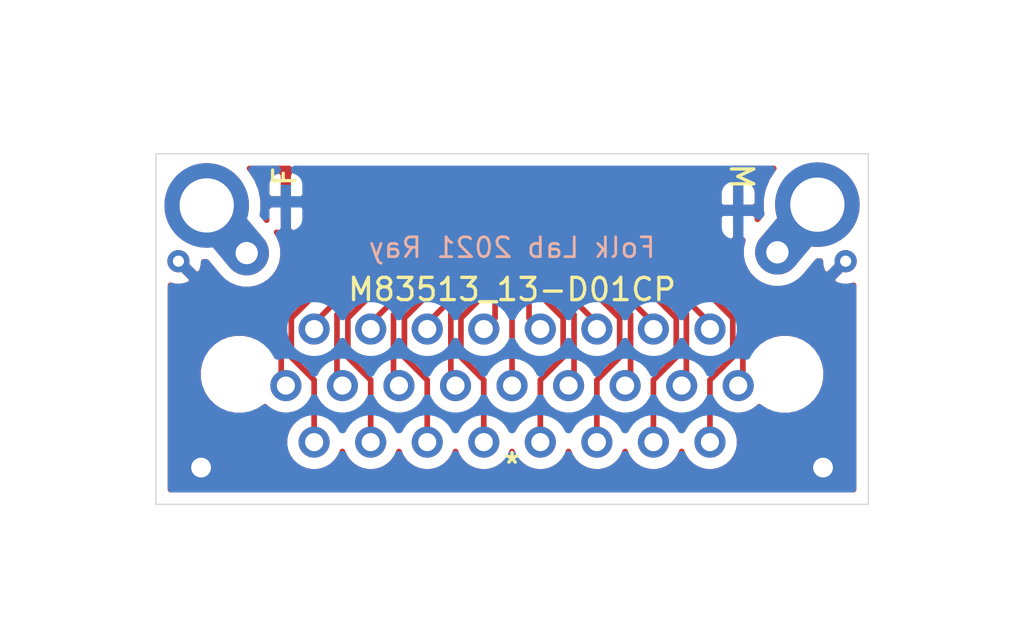
<source format=kicad_pcb>
(kicad_pcb (version 20171130) (host pcbnew "(5.1.10)-1")

  (general
    (thickness 1.6)
    (drawings 11)
    (tracks 115)
    (zones 0)
    (modules 34)
    (nets 29)
  )

  (page A4)
  (layers
    (0 F.Cu signal)
    (31 B.Cu signal)
    (32 B.Adhes user hide)
    (33 F.Adhes user hide)
    (34 B.Paste user hide)
    (35 F.Paste user hide)
    (36 B.SilkS user)
    (37 F.SilkS user)
    (38 B.Mask user hide)
    (39 F.Mask user hide)
    (40 Dwgs.User user hide)
    (41 Cmts.User user hide)
    (42 Eco1.User user hide)
    (43 Eco2.User user hide)
    (44 Edge.Cuts user)
    (45 Margin user hide)
    (46 B.CrtYd user hide)
    (47 F.CrtYd user hide)
    (48 B.Fab user hide)
    (49 F.Fab user)
  )

  (setup
    (last_trace_width 0.25)
    (user_trace_width 0.254)
    (trace_clearance 0.2)
    (zone_clearance 0.508)
    (zone_45_only no)
    (trace_min 0.2)
    (via_size 0.8)
    (via_drill 0.4)
    (via_min_size 0.4)
    (via_min_drill 0.3)
    (user_via 1.143 0.889)
    (uvia_size 0.3)
    (uvia_drill 0.1)
    (uvias_allowed no)
    (uvia_min_size 0.2)
    (uvia_min_drill 0.1)
    (edge_width 0.05)
    (segment_width 0.2)
    (pcb_text_width 0.3)
    (pcb_text_size 1.5 1.5)
    (mod_edge_width 0.12)
    (mod_text_size 1 1)
    (mod_text_width 0.15)
    (pad_size 2.4384 2.4384)
    (pad_drill 2.4384)
    (pad_to_mask_clearance 0)
    (aux_axis_origin 0 0)
    (visible_elements 7FFFFFFF)
    (pcbplotparams
      (layerselection 0x010fc_ffffffff)
      (usegerberextensions false)
      (usegerberattributes true)
      (usegerberadvancedattributes true)
      (creategerberjobfile true)
      (excludeedgelayer true)
      (linewidth 0.100000)
      (plotframeref false)
      (viasonmask true)
      (mode 1)
      (useauxorigin false)
      (hpglpennumber 1)
      (hpglpenspeed 20)
      (hpglpendiameter 15.000000)
      (psnegative false)
      (psa4output false)
      (plotreference true)
      (plotvalue true)
      (plotinvisibletext false)
      (padsonsilk false)
      (subtractmaskfromsilk false)
      (outputformat 1)
      (mirror false)
      (drillshape 0)
      (scaleselection 1)
      (outputdirectory "MicroD25_Bondpad_manu/"))
  )

  (net 0 "")
  (net 1 "Net-(B1-Pad1)")
  (net 2 "Net-(B2-Pad1)")
  (net 3 "Net-(B10-Pad1)")
  (net 4 "Net-(B11-Pad1)")
  (net 5 "Net-(B12-Pad1)")
  (net 6 "Net-(B13-Pad1)")
  (net 7 "Net-(B14-Pad1)")
  (net 8 "Net-(B15-Pad1)")
  (net 9 "Net-(B16-Pad1)")
  (net 10 "Net-(B17-Pad1)")
  (net 11 "Net-(B18-Pad1)")
  (net 12 "Net-(B19-Pad1)")
  (net 13 "Net-(B20-Pad1)")
  (net 14 "Net-(B21-Pad1)")
  (net 15 "Net-(B22-Pad1)")
  (net 16 "Net-(B23-Pad1)")
  (net 17 "Net-(B24-Pad1)")
  (net 18 "Net-(B25-Pad1)")
  (net 19 GND)
  (net 20 "Net-(B3-Pad1)")
  (net 21 "Net-(B4-Pad1)")
  (net 22 "Net-(B5-Pad1)")
  (net 23 "Net-(B6-Pad1)")
  (net 24 "Net-(B7-Pad1)")
  (net 25 "Net-(B8-Pad1)")
  (net 26 "Net-(B9-Pad1)")
  (net 27 "Net-(H1-Pad1)")
  (net 28 "Net-(H2-Pad1)")

  (net_class Default "This is the default net class."
    (clearance 0.2)
    (trace_width 0.25)
    (via_dia 0.8)
    (via_drill 0.4)
    (uvia_dia 0.3)
    (uvia_drill 0.1)
    (add_net GND)
    (add_net "Net-(B1-Pad1)")
    (add_net "Net-(B10-Pad1)")
    (add_net "Net-(B11-Pad1)")
    (add_net "Net-(B12-Pad1)")
    (add_net "Net-(B13-Pad1)")
    (add_net "Net-(B14-Pad1)")
    (add_net "Net-(B15-Pad1)")
    (add_net "Net-(B16-Pad1)")
    (add_net "Net-(B17-Pad1)")
    (add_net "Net-(B18-Pad1)")
    (add_net "Net-(B19-Pad1)")
    (add_net "Net-(B2-Pad1)")
    (add_net "Net-(B20-Pad1)")
    (add_net "Net-(B21-Pad1)")
    (add_net "Net-(B22-Pad1)")
    (add_net "Net-(B23-Pad1)")
    (add_net "Net-(B24-Pad1)")
    (add_net "Net-(B25-Pad1)")
    (add_net "Net-(B3-Pad1)")
    (add_net "Net-(B4-Pad1)")
    (add_net "Net-(B5-Pad1)")
    (add_net "Net-(B6-Pad1)")
    (add_net "Net-(B7-Pad1)")
    (add_net "Net-(B8-Pad1)")
    (add_net "Net-(B9-Pad1)")
    (add_net "Net-(H1-Pad1)")
    (add_net "Net-(H2-Pad1)")
  )

  (module MicroD25_Bondpad:BondableMountHole (layer F.Cu) (tedit 6165FD7C) (tstamp 616678D4)
    (at 129.286124 129.320973 40)
    (descr "Mounting Hole 2.2mm, M2, DIN965")
    (tags "mounting hole 2.2mm m2 din965")
    (path /61647A85)
    (attr virtual)
    (fp_text reference H2 (at 0 -2.9 40) (layer F.SilkS) hide
      (effects (font (size 1 1) (thickness 0.15)))
    )
    (fp_text value MountingHole_Pad (at 0 -5.334001 40) (layer F.Fab)
      (effects (font (size 1 1) (thickness 0.15)))
    )
    (fp_text user %R (at 0.3 0 40) (layer F.Fab)
      (effects (font (size 1 1) (thickness 0.15)))
    )
    (pad 1 connect rect (at 0 1.778 40) (size 2 2) (layers B.Cu B.Mask)
      (net 28 "Net-(H2-Pad1)"))
    (pad 1 thru_hole circle (at 0 2.794 40) (size 2 2) (drill 1) (layers *.Cu *.Mask)
      (net 28 "Net-(H2-Pad1)"))
    (pad 1 connect rect (at 0 1.778 40) (size 2 2) (layers F.Cu F.Mask)
      (net 28 "Net-(H2-Pad1)"))
    (pad 1 connect circle (at 0 2.794 40) (size 2 2) (layers F.Cu F.Mask)
      (net 28 "Net-(H2-Pad1)"))
    (pad 1 connect circle (at 0 0 40) (size 3.8 3.8) (layers B.Cu B.Mask)
      (net 28 "Net-(H2-Pad1)"))
    (pad 1 connect circle (at 0 0 40) (size 3.8 3.8) (layers F.Cu F.Mask)
      (net 28 "Net-(H2-Pad1)"))
    (pad 1 thru_hole circle (at 0 0 40) (size 2.6 2.6) (drill 2.4384) (layers *.Cu *.Mask)
      (net 28 "Net-(H2-Pad1)"))
  )

  (module MicroD25_Bondpad:BondableMountHole (layer F.Cu) (tedit 6165FD7C) (tstamp 61665802)
    (at 156.718 129.286 320)
    (descr "Mounting Hole 2.2mm, M2, DIN965")
    (tags "mounting hole 2.2mm m2 din965")
    (path /61647195)
    (attr virtual)
    (fp_text reference H1 (at 0 -2.9 140) (layer F.SilkS) hide
      (effects (font (size 1 1) (thickness 0.15)))
    )
    (fp_text value MountingHole_Pad (at 0 -5.334001 140) (layer F.Fab)
      (effects (font (size 1 1) (thickness 0.15)))
    )
    (fp_text user %R (at 0.3 0 140) (layer F.Fab)
      (effects (font (size 1 1) (thickness 0.15)))
    )
    (pad 1 connect rect (at 0 1.778 320) (size 2 2) (layers B.Cu B.Mask)
      (net 27 "Net-(H1-Pad1)"))
    (pad 1 thru_hole circle (at 0 2.794 320) (size 2 2) (drill 1) (layers *.Cu *.Mask)
      (net 27 "Net-(H1-Pad1)"))
    (pad 1 connect rect (at 0 1.778 320) (size 2 2) (layers F.Cu F.Mask)
      (net 27 "Net-(H1-Pad1)"))
    (pad 1 connect circle (at 0 2.794 320) (size 2 2) (layers F.Cu F.Mask)
      (net 27 "Net-(H1-Pad1)"))
    (pad 1 connect circle (at 0 0 320) (size 3.8 3.8) (layers B.Cu B.Mask)
      (net 27 "Net-(H1-Pad1)"))
    (pad 1 connect circle (at 0 0 320) (size 3.8 3.8) (layers F.Cu F.Mask)
      (net 27 "Net-(H1-Pad1)"))
    (pad 1 thru_hole circle (at 0 0 320) (size 2.6 2.6) (drill 2.4384) (layers *.Cu *.Mask)
      (net 27 "Net-(H1-Pad1)"))
  )

  (module MicroD25_Bondpad:ToGND (layer F.Cu) (tedit 616609C7) (tstamp 61669506)
    (at 128.016 131.826)
    (path /6169B343)
    (fp_text reference H3 (at 0 2.286) (layer F.SilkS) hide
      (effects (font (size 1 1) (thickness 0.15)))
    )
    (fp_text value MountingHole_Pad (at 0 -3.048) (layer F.Fab)
      (effects (font (size 1 1) (thickness 0.15)))
    )
    (pad 1 thru_hole circle (at 0 0) (size 1 1) (drill 0.5) (layers *.Cu *.Mask)
      (net 19 GND))
  )

  (module MicroD25_Bondpad:ToGND (layer F.Cu) (tedit 616609C7) (tstamp 6166883E)
    (at 157.988 131.826)
    (path /6169A17E)
    (fp_text reference H4 (at 0 2.286) (layer F.SilkS) hide
      (effects (font (size 1 1) (thickness 0.15)))
    )
    (fp_text value MountingHole_Pad (at 0 -3.048) (layer F.Fab)
      (effects (font (size 1 1) (thickness 0.15)))
    )
    (pad 1 thru_hole circle (at 0 0) (size 1 1) (drill 0.5) (layers *.Cu *.Mask)
      (net 19 GND))
  )

  (module MicroD25_Bondpad:M83513&slash_13-D01CP (layer F.Cu) (tedit 616606EE) (tstamp 61668730)
    (at 143.002 143.256 180)
    (path /6166B3CD)
    (fp_text reference J1 (at 3.429 10.033) (layer F.SilkS) hide
      (effects (font (size 1 1) (thickness 0.15)))
    )
    (fp_text value M83513_13-D01CP (at 0 10.16) (layer F.SilkS)
      (effects (font (size 1 1) (thickness 0.15)))
    )
    (fp_line (start 8.255 10.795) (end 8.89 12.065) (layer F.Fab) (width 0.1))
    (fp_line (start 9.525 10.795) (end 8.89 12.065) (layer F.Fab) (width 0.1))
    (fp_line (start -13.4747 0) (end -13.4747 -4.6482) (layer F.Fab) (width 0.1))
    (fp_line (start -13.4747 -4.6482) (end -11.0363 -4.6482) (layer F.Fab) (width 0.1))
    (fp_line (start -11.0363 -4.6482) (end -11.0363 0) (layer F.Fab) (width 0.1))
    (fp_line (start -12.8651 0) (end -12.8651 -4.6482) (layer F.Fab) (width 0.1))
    (fp_line (start -11.6459 -4.6482) (end -11.6459 0) (layer F.Fab) (width 0.1))
    (fp_line (start 11.0363 0) (end 11.0363 -4.6482) (layer F.Fab) (width 0.1))
    (fp_line (start 11.0363 -4.6482) (end 13.4747 -4.6482) (layer F.Fab) (width 0.1))
    (fp_line (start 13.4747 -4.6482) (end 13.4747 0) (layer F.Fab) (width 0.1))
    (fp_line (start 11.6459 0) (end 11.6459 -4.6482) (layer F.Fab) (width 0.1))
    (fp_line (start 12.8651 -4.6482) (end 12.8651 0) (layer F.Fab) (width 0.1))
    (fp_line (start -15.0749 10.795) (end 15.0749 10.795) (layer F.Fab) (width 0.1))
    (fp_line (start 15.0749 10.795) (end 15.0749 0) (layer F.Fab) (width 0.1))
    (fp_line (start 15.0749 0) (end -15.0749 0) (layer F.Fab) (width 0.1))
    (fp_line (start -15.0749 0) (end -15.0749 10.795) (layer F.Fab) (width 0.1))
    (fp_line (start -9.3091 0) (end 9.3091 0) (layer F.Fab) (width 0.1))
    (fp_line (start 9.3091 0) (end 9.3091 -4.6482) (layer F.Fab) (width 0.1))
    (fp_line (start 9.3091 -4.6482) (end -9.3091 -4.6482) (layer F.Fab) (width 0.1))
    (fp_line (start -9.3091 -4.6482) (end -9.3091 0) (layer F.Fab) (width 0.1))
    (fp_line (start 15.3289 -4.9022) (end -15.3289 -4.9022) (layer F.CrtYd) (width 0.05))
    (fp_line (start -15.3289 -4.9022) (end -15.3289 11.049) (layer F.CrtYd) (width 0.05))
    (fp_line (start -15.3289 11.049) (end 15.3289 11.049) (layer F.CrtYd) (width 0.05))
    (fp_line (start 15.3289 11.049) (end 15.3289 -4.9022) (layer F.CrtYd) (width 0.05))
    (fp_text user "Copyright 2021 Accelerated Designs. All rights reserved." (at 0 0) (layer Cmts.User)
      (effects (font (size 0.127 0.127) (thickness 0.002)))
    )
    (fp_text user * (at 0 2.286) (layer F.SilkS)
      (effects (font (size 1 1) (thickness 0.15)))
    )
    (fp_text user * (at 0 0) (layer F.Fab)
      (effects (font (size 1 1) (thickness 0.15)))
    )
    (pad 2 thru_hole circle (at 8.89 3.302 180) (size 1.397 1.397) (drill 0.8128) (layers *.Cu *.Mask)
      (net 1 "Net-(B1-Pad1)"))
    (pad 3 thru_hole circle (at 6.35 3.302 180) (size 1.397 1.397) (drill 0.8128) (layers *.Cu *.Mask)
      (net 2 "Net-(B2-Pad1)"))
    (pad 4 thru_hole circle (at 3.81 3.302 180) (size 1.397 1.397) (drill 0.8128) (layers *.Cu *.Mask)
      (net 20 "Net-(B3-Pad1)"))
    (pad 6 thru_hole circle (at 1.27 3.302 180) (size 1.397 1.397) (drill 0.8128) (layers *.Cu *.Mask)
      (net 21 "Net-(B4-Pad1)"))
    (pad 8 thru_hole circle (at -1.27 3.302 180) (size 1.397 1.397) (drill 0.8128) (layers *.Cu *.Mask)
      (net 22 "Net-(B5-Pad1)"))
    (pad 10 thru_hole circle (at -3.81 3.302 180) (size 1.397 1.397) (drill 0.8128) (layers *.Cu *.Mask)
      (net 23 "Net-(B6-Pad1)"))
    (pad 11 thru_hole circle (at -6.35 3.302 180) (size 1.397 1.397) (drill 0.8128) (layers *.Cu *.Mask)
      (net 24 "Net-(B7-Pad1)"))
    (pad 12 thru_hole circle (at -8.89 3.302 180) (size 1.397 1.397) (drill 0.8128) (layers *.Cu *.Mask)
      (net 25 "Net-(B8-Pad1)"))
    (pad 1 thru_hole circle (at 10.16 5.842 180) (size 1.397 1.397) (drill 0.8128) (layers *.Cu *.Mask)
      (net 26 "Net-(B9-Pad1)"))
    (pad 15 thru_hole circle (at 7.62 5.842 180) (size 1.397 1.397) (drill 0.8128) (layers *.Cu *.Mask)
      (net 3 "Net-(B10-Pad1)"))
    (pad 17 thru_hole circle (at 5.08 5.842 180) (size 1.397 1.397) (drill 0.8128) (layers *.Cu *.Mask)
      (net 4 "Net-(B11-Pad1)"))
    (pad 5 thru_hole circle (at 2.54 5.842 180) (size 1.397 1.397) (drill 0.8128) (layers *.Cu *.Mask)
      (net 5 "Net-(B12-Pad1)"))
    (pad 7 thru_hole circle (at 0 5.842 180) (size 1.397 1.397) (drill 0.8128) (layers *.Cu *.Mask)
      (net 6 "Net-(B13-Pad1)"))
    (pad 9 thru_hole circle (at -2.54 5.842 180) (size 1.397 1.397) (drill 0.8128) (layers *.Cu *.Mask)
      (net 7 "Net-(B14-Pad1)"))
    (pad 22 thru_hole circle (at -5.08 5.842 180) (size 1.397 1.397) (drill 0.8128) (layers *.Cu *.Mask)
      (net 8 "Net-(B15-Pad1)"))
    (pad 24 thru_hole circle (at -7.62 5.842 180) (size 1.397 1.397) (drill 0.8128) (layers *.Cu *.Mask)
      (net 9 "Net-(B16-Pad1)"))
    (pad 13 thru_hole circle (at -10.16 5.842 180) (size 1.397 1.397) (drill 0.8128) (layers *.Cu *.Mask)
      (net 10 "Net-(B17-Pad1)"))
    (pad 14 thru_hole circle (at 8.89 8.382 180) (size 1.397 1.397) (drill 0.8128) (layers *.Cu *.Mask)
      (net 11 "Net-(B18-Pad1)"))
    (pad 16 thru_hole circle (at 6.35 8.382 180) (size 1.397 1.397) (drill 0.8128) (layers *.Cu *.Mask)
      (net 12 "Net-(B19-Pad1)"))
    (pad 18 thru_hole circle (at 3.81 8.382 180) (size 1.397 1.397) (drill 0.8128) (layers *.Cu *.Mask)
      (net 13 "Net-(B20-Pad1)"))
    (pad 19 thru_hole circle (at 1.27 8.382 180) (size 1.397 1.397) (drill 0.8128) (layers *.Cu *.Mask)
      (net 14 "Net-(B21-Pad1)"))
    (pad 20 thru_hole circle (at -1.27 8.382 180) (size 1.397 1.397) (drill 0.8128) (layers *.Cu *.Mask)
      (net 15 "Net-(B22-Pad1)"))
    (pad 21 thru_hole circle (at -3.81 8.382 180) (size 1.397 1.397) (drill 0.8128) (layers *.Cu *.Mask)
      (net 16 "Net-(B23-Pad1)"))
    (pad 23 thru_hole circle (at -6.35 8.382 180) (size 1.397 1.397) (drill 0.8128) (layers *.Cu *.Mask)
      (net 17 "Net-(B24-Pad1)"))
    (pad 25 thru_hole circle (at -8.89 8.382 180) (size 1.397 1.397) (drill 0.8128) (layers *.Cu *.Mask)
      (net 18 "Net-(B25-Pad1)"))
    (pad "" np_thru_hole circle (at -12.2555 6.35 270) (size 2.4384 2.4384) (drill 2.4384) (layers *.Cu *.Mask))
    (pad "" np_thru_hole circle (at 12.2555 6.35 180) (size 2.4384 2.4384) (drill 2.4384) (layers *.Cu *.Mask))
  )

  (module MicroD25_Bondpad:BondPad (layer F.Cu) (tedit 6162466D) (tstamp 6162E2D5)
    (at 134.62 128.397 180)
    (path /6167A4A4)
    (fp_text reference B1 (at 0 1.905) (layer F.SilkS) hide
      (effects (font (size 1 1) (thickness 0.15)))
    )
    (fp_text value BondPad (at 0 -1.8415) (layer F.Fab)
      (effects (font (size 1 1) (thickness 0.15)))
    )
    (fp_line (start -0.254 0.762) (end -0.254 -0.762) (layer F.CrtYd) (width 0.12))
    (fp_line (start 0.254 0.762) (end -0.254 0.762) (layer F.CrtYd) (width 0.12))
    (fp_line (start 0.254 -0.762) (end 0.254 0.762) (layer F.CrtYd) (width 0.12))
    (fp_line (start -0.254 -0.762) (end 0.254 -0.762) (layer F.CrtYd) (width 0.12))
    (fp_text user "Soft gold Bond Pad" (at 0 3.302) (layer Eco1.User)
      (effects (font (size 1 1) (thickness 0.15)))
    )
    (pad 1 smd rect (at 0 0 180) (size 0.4572 1.524) (layers F.Cu F.Paste F.Mask)
      (net 1 "Net-(B1-Pad1)"))
  )

  (module MicroD25_Bondpad:BondPad (layer F.Cu) (tedit 6162466D) (tstamp 6162E2BA)
    (at 136.906 128.397 180)
    (path /616D7807)
    (fp_text reference B2 (at 0 1.905) (layer F.SilkS) hide
      (effects (font (size 1 1) (thickness 0.15)))
    )
    (fp_text value BondPad (at 0 -1.8415) (layer F.Fab)
      (effects (font (size 1 1) (thickness 0.15)))
    )
    (fp_line (start -0.254 -0.762) (end 0.254 -0.762) (layer F.CrtYd) (width 0.12))
    (fp_line (start 0.254 -0.762) (end 0.254 0.762) (layer F.CrtYd) (width 0.12))
    (fp_line (start 0.254 0.762) (end -0.254 0.762) (layer F.CrtYd) (width 0.12))
    (fp_line (start -0.254 0.762) (end -0.254 -0.762) (layer F.CrtYd) (width 0.12))
    (fp_text user "Soft gold Bond Pad" (at 0 3.302) (layer Eco1.User)
      (effects (font (size 1 1) (thickness 0.15)))
    )
    (pad 1 smd rect (at 0 0 180) (size 0.4572 1.524) (layers F.Cu F.Paste F.Mask)
      (net 2 "Net-(B2-Pad1)"))
  )

  (module MicroD25_Bondpad:BondPad (layer F.Cu) (tedit 6162466D) (tstamp 6162E29F)
    (at 139.192 128.397 180)
    (path /616D7D26)
    (fp_text reference B3 (at 0 1.905) (layer F.SilkS) hide
      (effects (font (size 1 1) (thickness 0.15)))
    )
    (fp_text value BondPad (at 0 -1.8415) (layer F.Fab)
      (effects (font (size 1 1) (thickness 0.15)))
    )
    (fp_line (start -0.254 0.762) (end -0.254 -0.762) (layer F.CrtYd) (width 0.12))
    (fp_line (start 0.254 0.762) (end -0.254 0.762) (layer F.CrtYd) (width 0.12))
    (fp_line (start 0.254 -0.762) (end 0.254 0.762) (layer F.CrtYd) (width 0.12))
    (fp_line (start -0.254 -0.762) (end 0.254 -0.762) (layer F.CrtYd) (width 0.12))
    (fp_text user "Soft gold Bond Pad" (at 0 3.302) (layer Eco1.User)
      (effects (font (size 1 1) (thickness 0.15)))
    )
    (pad 1 smd rect (at 0 0 180) (size 0.4572 1.524) (layers F.Cu F.Paste F.Mask)
      (net 20 "Net-(B3-Pad1)"))
  )

  (module MicroD25_Bondpad:BondPad (layer F.Cu) (tedit 6162466D) (tstamp 6162E1E2)
    (at 141.478 128.397 180)
    (path /616D7FE1)
    (fp_text reference B4 (at 0 1.905) (layer F.SilkS) hide
      (effects (font (size 1 1) (thickness 0.15)))
    )
    (fp_text value BondPad (at 0 -1.8415) (layer F.Fab)
      (effects (font (size 1 1) (thickness 0.15)))
    )
    (fp_line (start -0.254 -0.762) (end 0.254 -0.762) (layer F.CrtYd) (width 0.12))
    (fp_line (start 0.254 -0.762) (end 0.254 0.762) (layer F.CrtYd) (width 0.12))
    (fp_line (start 0.254 0.762) (end -0.254 0.762) (layer F.CrtYd) (width 0.12))
    (fp_line (start -0.254 0.762) (end -0.254 -0.762) (layer F.CrtYd) (width 0.12))
    (fp_text user "Soft gold Bond Pad" (at 0 3.302) (layer Eco1.User)
      (effects (font (size 1 1) (thickness 0.15)))
    )
    (pad 1 smd rect (at 0 0 180) (size 0.4572 1.524) (layers F.Cu F.Paste F.Mask)
      (net 21 "Net-(B4-Pad1)"))
  )

  (module MicroD25_Bondpad:BondPad (layer F.Cu) (tedit 6162466D) (tstamp 6162E233)
    (at 144.526 128.397 180)
    (path /616D820F)
    (fp_text reference B5 (at 0 1.905) (layer F.SilkS) hide
      (effects (font (size 1 1) (thickness 0.15)))
    )
    (fp_text value BondPad (at 0 -1.8415) (layer F.Fab)
      (effects (font (size 1 1) (thickness 0.15)))
    )
    (fp_line (start -0.254 0.762) (end -0.254 -0.762) (layer F.CrtYd) (width 0.12))
    (fp_line (start 0.254 0.762) (end -0.254 0.762) (layer F.CrtYd) (width 0.12))
    (fp_line (start 0.254 -0.762) (end 0.254 0.762) (layer F.CrtYd) (width 0.12))
    (fp_line (start -0.254 -0.762) (end 0.254 -0.762) (layer F.CrtYd) (width 0.12))
    (fp_text user "Soft gold Bond Pad" (at 0 3.302) (layer Eco1.User)
      (effects (font (size 1 1) (thickness 0.15)))
    )
    (pad 1 smd rect (at 0 0 180) (size 0.4572 1.524) (layers F.Cu F.Paste F.Mask)
      (net 22 "Net-(B5-Pad1)"))
  )

  (module MicroD25_Bondpad:BondPad (layer F.Cu) (tedit 6162466D) (tstamp 6162E284)
    (at 146.812 128.397 180)
    (path /616D8435)
    (fp_text reference B6 (at 0 1.905) (layer F.SilkS) hide
      (effects (font (size 1 1) (thickness 0.15)))
    )
    (fp_text value BondPad (at 0 -1.8415) (layer F.Fab)
      (effects (font (size 1 1) (thickness 0.15)))
    )
    (fp_line (start -0.254 -0.762) (end 0.254 -0.762) (layer F.CrtYd) (width 0.12))
    (fp_line (start 0.254 -0.762) (end 0.254 0.762) (layer F.CrtYd) (width 0.12))
    (fp_line (start 0.254 0.762) (end -0.254 0.762) (layer F.CrtYd) (width 0.12))
    (fp_line (start -0.254 0.762) (end -0.254 -0.762) (layer F.CrtYd) (width 0.12))
    (fp_text user "Soft gold Bond Pad" (at 0 3.302) (layer Eco1.User)
      (effects (font (size 1 1) (thickness 0.15)))
    )
    (pad 1 smd rect (at 0 0 180) (size 0.4572 1.524) (layers F.Cu F.Paste F.Mask)
      (net 23 "Net-(B6-Pad1)"))
  )

  (module MicroD25_Bondpad:BondPad (layer F.Cu) (tedit 6162466D) (tstamp 6162E269)
    (at 149.098 128.397 180)
    (path /616D8714)
    (fp_text reference B7 (at 0 1.905) (layer F.SilkS) hide
      (effects (font (size 1 1) (thickness 0.15)))
    )
    (fp_text value BondPad (at 0 -1.8415) (layer F.Fab)
      (effects (font (size 1 1) (thickness 0.15)))
    )
    (fp_line (start -0.254 0.762) (end -0.254 -0.762) (layer F.CrtYd) (width 0.12))
    (fp_line (start 0.254 0.762) (end -0.254 0.762) (layer F.CrtYd) (width 0.12))
    (fp_line (start 0.254 -0.762) (end 0.254 0.762) (layer F.CrtYd) (width 0.12))
    (fp_line (start -0.254 -0.762) (end 0.254 -0.762) (layer F.CrtYd) (width 0.12))
    (fp_text user "Soft gold Bond Pad" (at 0 3.302) (layer Eco1.User)
      (effects (font (size 1 1) (thickness 0.15)))
    )
    (pad 1 smd rect (at 0 0 180) (size 0.4572 1.524) (layers F.Cu F.Paste F.Mask)
      (net 24 "Net-(B7-Pad1)"))
  )

  (module MicroD25_Bondpad:BondPad (layer F.Cu) (tedit 6162466D) (tstamp 6162E218)
    (at 151.384 128.397 180)
    (path /616DAEC6)
    (fp_text reference B8 (at 0 1.905) (layer F.SilkS) hide
      (effects (font (size 1 1) (thickness 0.15)))
    )
    (fp_text value BondPad (at 0 -1.8415) (layer F.Fab)
      (effects (font (size 1 1) (thickness 0.15)))
    )
    (fp_line (start -0.254 -0.762) (end 0.254 -0.762) (layer F.CrtYd) (width 0.12))
    (fp_line (start 0.254 -0.762) (end 0.254 0.762) (layer F.CrtYd) (width 0.12))
    (fp_line (start 0.254 0.762) (end -0.254 0.762) (layer F.CrtYd) (width 0.12))
    (fp_line (start -0.254 0.762) (end -0.254 -0.762) (layer F.CrtYd) (width 0.12))
    (fp_text user "Soft gold Bond Pad" (at 0 3.302) (layer Eco1.User)
      (effects (font (size 1 1) (thickness 0.15)))
    )
    (pad 1 smd rect (at 0 0 180) (size 0.4572 1.524) (layers F.Cu F.Paste F.Mask)
      (net 25 "Net-(B8-Pad1)"))
  )

  (module MicroD25_Bondpad:BondPad (layer F.Cu) (tedit 6162466D) (tstamp 6162E24E)
    (at 133.858 128.397 180)
    (path /616DAECD)
    (fp_text reference B9 (at 0 1.905) (layer F.SilkS) hide
      (effects (font (size 1 1) (thickness 0.15)))
    )
    (fp_text value BondPad (at 0 -1.8415) (layer F.Fab)
      (effects (font (size 1 1) (thickness 0.15)))
    )
    (fp_line (start -0.254 0.762) (end -0.254 -0.762) (layer F.CrtYd) (width 0.12))
    (fp_line (start 0.254 0.762) (end -0.254 0.762) (layer F.CrtYd) (width 0.12))
    (fp_line (start 0.254 -0.762) (end 0.254 0.762) (layer F.CrtYd) (width 0.12))
    (fp_line (start -0.254 -0.762) (end 0.254 -0.762) (layer F.CrtYd) (width 0.12))
    (fp_text user "Soft gold Bond Pad" (at 0 3.302) (layer Eco1.User)
      (effects (font (size 1 1) (thickness 0.15)))
    )
    (pad 1 smd rect (at 0 0 180) (size 0.4572 1.524) (layers F.Cu F.Paste F.Mask)
      (net 26 "Net-(B9-Pad1)"))
  )

  (module MicroD25_Bondpad:BondPad (layer F.Cu) (tedit 6162466D) (tstamp 6162E1FD)
    (at 136.144 128.397 180)
    (path /616DAED4)
    (fp_text reference B10 (at 0 1.905) (layer F.SilkS) hide
      (effects (font (size 1 1) (thickness 0.15)))
    )
    (fp_text value BondPad (at 0 -1.8415) (layer F.Fab)
      (effects (font (size 1 1) (thickness 0.15)))
    )
    (fp_line (start -0.254 -0.762) (end 0.254 -0.762) (layer F.CrtYd) (width 0.12))
    (fp_line (start 0.254 -0.762) (end 0.254 0.762) (layer F.CrtYd) (width 0.12))
    (fp_line (start 0.254 0.762) (end -0.254 0.762) (layer F.CrtYd) (width 0.12))
    (fp_line (start -0.254 0.762) (end -0.254 -0.762) (layer F.CrtYd) (width 0.12))
    (fp_text user "Soft gold Bond Pad" (at 0 3.302) (layer Eco1.User)
      (effects (font (size 1 1) (thickness 0.15)))
    )
    (pad 1 smd rect (at 0 0 180) (size 0.4572 1.524) (layers F.Cu F.Paste F.Mask)
      (net 3 "Net-(B10-Pad1)"))
  )

  (module MicroD25_Bondpad:BondPad (layer F.Cu) (tedit 6162466D) (tstamp 6162E1C7)
    (at 138.43 128.397 180)
    (path /616DAEDB)
    (fp_text reference B11 (at 0 1.905) (layer F.SilkS) hide
      (effects (font (size 1 1) (thickness 0.15)))
    )
    (fp_text value BondPad (at 0 -1.8415) (layer F.Fab)
      (effects (font (size 1 1) (thickness 0.15)))
    )
    (fp_line (start -0.254 0.762) (end -0.254 -0.762) (layer F.CrtYd) (width 0.12))
    (fp_line (start 0.254 0.762) (end -0.254 0.762) (layer F.CrtYd) (width 0.12))
    (fp_line (start 0.254 -0.762) (end 0.254 0.762) (layer F.CrtYd) (width 0.12))
    (fp_line (start -0.254 -0.762) (end 0.254 -0.762) (layer F.CrtYd) (width 0.12))
    (fp_text user "Soft gold Bond Pad" (at 0 3.302) (layer Eco1.User)
      (effects (font (size 1 1) (thickness 0.15)))
    )
    (pad 1 smd rect (at 0 0 180) (size 0.4572 1.524) (layers F.Cu F.Paste F.Mask)
      (net 4 "Net-(B11-Pad1)"))
  )

  (module MicroD25_Bondpad:BondPad (layer F.Cu) (tedit 6162466D) (tstamp 6162E1AC)
    (at 140.716 128.397 180)
    (path /616DAEE2)
    (fp_text reference B12 (at 0 1.905) (layer F.SilkS) hide
      (effects (font (size 1 1) (thickness 0.15)))
    )
    (fp_text value BondPad (at 0 -1.8415) (layer F.Fab)
      (effects (font (size 1 1) (thickness 0.15)))
    )
    (fp_line (start -0.254 -0.762) (end 0.254 -0.762) (layer F.CrtYd) (width 0.12))
    (fp_line (start 0.254 -0.762) (end 0.254 0.762) (layer F.CrtYd) (width 0.12))
    (fp_line (start 0.254 0.762) (end -0.254 0.762) (layer F.CrtYd) (width 0.12))
    (fp_line (start -0.254 0.762) (end -0.254 -0.762) (layer F.CrtYd) (width 0.12))
    (fp_text user "Soft gold Bond Pad" (at 0 3.302) (layer Eco1.User)
      (effects (font (size 1 1) (thickness 0.15)))
    )
    (pad 1 smd rect (at 0 0 180) (size 0.4572 1.524) (layers F.Cu F.Paste F.Mask)
      (net 5 "Net-(B12-Pad1)"))
  )

  (module MicroD25_Bondpad:BondPad (layer F.Cu) (tedit 6162466D) (tstamp 6162DE67)
    (at 143.002 128.397 180)
    (path /616DAEE9)
    (fp_text reference B13 (at 0 1.905) (layer F.SilkS) hide
      (effects (font (size 1 1) (thickness 0.15)))
    )
    (fp_text value BondPad (at 0 -1.8415) (layer F.Fab)
      (effects (font (size 1 1) (thickness 0.15)))
    )
    (fp_line (start -0.254 0.762) (end -0.254 -0.762) (layer F.CrtYd) (width 0.12))
    (fp_line (start 0.254 0.762) (end -0.254 0.762) (layer F.CrtYd) (width 0.12))
    (fp_line (start 0.254 -0.762) (end 0.254 0.762) (layer F.CrtYd) (width 0.12))
    (fp_line (start -0.254 -0.762) (end 0.254 -0.762) (layer F.CrtYd) (width 0.12))
    (fp_text user "Soft gold Bond Pad" (at 0 3.302) (layer Eco1.User)
      (effects (font (size 1 1) (thickness 0.15)))
    )
    (pad 1 smd rect (at 0 0 180) (size 0.4572 1.524) (layers F.Cu F.Paste F.Mask)
      (net 6 "Net-(B13-Pad1)"))
  )

  (module MicroD25_Bondpad:BondPad (layer F.Cu) (tedit 6162466D) (tstamp 6162DF90)
    (at 145.288 128.397 180)
    (path /616DAEF0)
    (fp_text reference B14 (at 0 1.905) (layer F.SilkS) hide
      (effects (font (size 1 1) (thickness 0.15)))
    )
    (fp_text value BondPad (at 0 -1.8415) (layer F.Fab)
      (effects (font (size 1 1) (thickness 0.15)))
    )
    (fp_line (start -0.254 0.762) (end -0.254 -0.762) (layer F.CrtYd) (width 0.12))
    (fp_line (start 0.254 0.762) (end -0.254 0.762) (layer F.CrtYd) (width 0.12))
    (fp_line (start 0.254 -0.762) (end 0.254 0.762) (layer F.CrtYd) (width 0.12))
    (fp_line (start -0.254 -0.762) (end 0.254 -0.762) (layer F.CrtYd) (width 0.12))
    (fp_text user "Soft gold Bond Pad" (at 0 3.302) (layer Eco1.User)
      (effects (font (size 1 1) (thickness 0.15)))
    )
    (pad 1 smd rect (at 0 0 180) (size 0.4572 1.524) (layers F.Cu F.Paste F.Mask)
      (net 7 "Net-(B14-Pad1)"))
  )

  (module MicroD25_Bondpad:BondPad (layer F.Cu) (tedit 6162466D) (tstamp 6162E032)
    (at 147.574 128.397 180)
    (path /616DD343)
    (fp_text reference B15 (at 0 1.905) (layer F.SilkS) hide
      (effects (font (size 1 1) (thickness 0.15)))
    )
    (fp_text value BondPad (at 0 -1.8415) (layer F.Fab)
      (effects (font (size 1 1) (thickness 0.15)))
    )
    (fp_line (start -0.254 -0.762) (end 0.254 -0.762) (layer F.CrtYd) (width 0.12))
    (fp_line (start 0.254 -0.762) (end 0.254 0.762) (layer F.CrtYd) (width 0.12))
    (fp_line (start 0.254 0.762) (end -0.254 0.762) (layer F.CrtYd) (width 0.12))
    (fp_line (start -0.254 0.762) (end -0.254 -0.762) (layer F.CrtYd) (width 0.12))
    (fp_text user "Soft gold Bond Pad" (at 0 3.302) (layer Eco1.User)
      (effects (font (size 1 1) (thickness 0.15)))
    )
    (pad 1 smd rect (at 0 0 180) (size 0.4572 1.524) (layers F.Cu F.Paste F.Mask)
      (net 8 "Net-(B15-Pad1)"))
  )

  (module MicroD25_Bondpad:BondPad (layer F.Cu) (tedit 6162466D) (tstamp 6162E04D)
    (at 149.86 128.397 180)
    (path /616DD34A)
    (fp_text reference B16 (at 0 1.905) (layer F.SilkS) hide
      (effects (font (size 1 1) (thickness 0.15)))
    )
    (fp_text value BondPad (at 0 -1.8415) (layer F.Fab)
      (effects (font (size 1 1) (thickness 0.15)))
    )
    (fp_line (start -0.254 0.762) (end -0.254 -0.762) (layer F.CrtYd) (width 0.12))
    (fp_line (start 0.254 0.762) (end -0.254 0.762) (layer F.CrtYd) (width 0.12))
    (fp_line (start 0.254 -0.762) (end 0.254 0.762) (layer F.CrtYd) (width 0.12))
    (fp_line (start -0.254 -0.762) (end 0.254 -0.762) (layer F.CrtYd) (width 0.12))
    (fp_text user "Soft gold Bond Pad" (at 0 3.302) (layer Eco1.User)
      (effects (font (size 1 1) (thickness 0.15)))
    )
    (pad 1 smd rect (at 0 0 180) (size 0.4572 1.524) (layers F.Cu F.Paste F.Mask)
      (net 9 "Net-(B16-Pad1)"))
  )

  (module MicroD25_Bondpad:BondPad (layer F.Cu) (tedit 6162466D) (tstamp 6162E140)
    (at 152.146 128.397 180)
    (path /616DD351)
    (fp_text reference B17 (at 0 1.905) (layer F.SilkS) hide
      (effects (font (size 1 1) (thickness 0.15)))
    )
    (fp_text value BondPad (at 0 -1.8415) (layer F.Fab)
      (effects (font (size 1 1) (thickness 0.15)))
    )
    (fp_line (start -0.254 -0.762) (end 0.254 -0.762) (layer F.CrtYd) (width 0.12))
    (fp_line (start 0.254 -0.762) (end 0.254 0.762) (layer F.CrtYd) (width 0.12))
    (fp_line (start 0.254 0.762) (end -0.254 0.762) (layer F.CrtYd) (width 0.12))
    (fp_line (start -0.254 0.762) (end -0.254 -0.762) (layer F.CrtYd) (width 0.12))
    (fp_text user "Soft gold Bond Pad" (at 0 3.302) (layer Eco1.User)
      (effects (font (size 1 1) (thickness 0.15)))
    )
    (pad 1 smd rect (at 0 0 180) (size 0.4572 1.524) (layers F.Cu F.Paste F.Mask)
      (net 10 "Net-(B17-Pad1)"))
  )

  (module MicroD25_Bondpad:BondPad (layer F.Cu) (tedit 6162466D) (tstamp 6162DDE0)
    (at 135.382 128.397 180)
    (path /616DD358)
    (fp_text reference B18 (at 0 1.905) (layer F.SilkS) hide
      (effects (font (size 1 1) (thickness 0.15)))
    )
    (fp_text value BondPad (at 0 -1.8415) (layer F.Fab)
      (effects (font (size 1 1) (thickness 0.15)))
    )
    (fp_line (start -0.254 0.762) (end -0.254 -0.762) (layer F.CrtYd) (width 0.12))
    (fp_line (start 0.254 0.762) (end -0.254 0.762) (layer F.CrtYd) (width 0.12))
    (fp_line (start 0.254 -0.762) (end 0.254 0.762) (layer F.CrtYd) (width 0.12))
    (fp_line (start -0.254 -0.762) (end 0.254 -0.762) (layer F.CrtYd) (width 0.12))
    (fp_text user "Soft gold Bond Pad" (at 0 3.302) (layer Eco1.User)
      (effects (font (size 1 1) (thickness 0.15)))
    )
    (pad 1 smd rect (at 0 0 180) (size 0.4572 1.524) (layers F.Cu F.Paste F.Mask)
      (net 11 "Net-(B18-Pad1)"))
  )

  (module MicroD25_Bondpad:BondPad (layer F.Cu) (tedit 6162466D) (tstamp 6162DE31)
    (at 137.668 128.397 180)
    (path /616DD35F)
    (fp_text reference B19 (at 0 1.905) (layer F.SilkS) hide
      (effects (font (size 1 1) (thickness 0.15)))
    )
    (fp_text value BondPad (at 0 -1.8415) (layer F.Fab)
      (effects (font (size 1 1) (thickness 0.15)))
    )
    (fp_line (start -0.254 -0.762) (end 0.254 -0.762) (layer F.CrtYd) (width 0.12))
    (fp_line (start 0.254 -0.762) (end 0.254 0.762) (layer F.CrtYd) (width 0.12))
    (fp_line (start 0.254 0.762) (end -0.254 0.762) (layer F.CrtYd) (width 0.12))
    (fp_line (start -0.254 0.762) (end -0.254 -0.762) (layer F.CrtYd) (width 0.12))
    (fp_text user "Soft gold Bond Pad" (at 0 3.302) (layer Eco1.User)
      (effects (font (size 1 1) (thickness 0.15)))
    )
    (pad 1 smd rect (at 0 0 180) (size 0.4572 1.524) (layers F.Cu F.Paste F.Mask)
      (net 12 "Net-(B19-Pad1)"))
  )

  (module MicroD25_Bondpad:BondPad (layer F.Cu) (tedit 6162466D) (tstamp 6162E017)
    (at 139.954 128.397 180)
    (path /616DD366)
    (fp_text reference B20 (at 0 1.905) (layer F.SilkS) hide
      (effects (font (size 1 1) (thickness 0.15)))
    )
    (fp_text value BondPad (at 0 -1.8415) (layer F.Fab)
      (effects (font (size 1 1) (thickness 0.15)))
    )
    (fp_line (start -0.254 0.762) (end -0.254 -0.762) (layer F.CrtYd) (width 0.12))
    (fp_line (start 0.254 0.762) (end -0.254 0.762) (layer F.CrtYd) (width 0.12))
    (fp_line (start 0.254 -0.762) (end 0.254 0.762) (layer F.CrtYd) (width 0.12))
    (fp_line (start -0.254 -0.762) (end 0.254 -0.762) (layer F.CrtYd) (width 0.12))
    (fp_text user "Soft gold Bond Pad" (at 0 3.302) (layer Eco1.User)
      (effects (font (size 1 1) (thickness 0.15)))
    )
    (pad 1 smd rect (at 0 0 180) (size 0.4572 1.524) (layers F.Cu F.Paste F.Mask)
      (net 13 "Net-(B20-Pad1)"))
  )

  (module MicroD25_Bondpad:BondPad (layer F.Cu) (tedit 6162466D) (tstamp 6162E083)
    (at 142.24 128.397 180)
    (path /616DD36D)
    (fp_text reference B21 (at 0 1.905) (layer F.SilkS) hide
      (effects (font (size 1 1) (thickness 0.15)))
    )
    (fp_text value BondPad (at 0 -1.8415) (layer F.Fab)
      (effects (font (size 1 1) (thickness 0.15)))
    )
    (fp_line (start -0.254 -0.762) (end 0.254 -0.762) (layer F.CrtYd) (width 0.12))
    (fp_line (start 0.254 -0.762) (end 0.254 0.762) (layer F.CrtYd) (width 0.12))
    (fp_line (start 0.254 0.762) (end -0.254 0.762) (layer F.CrtYd) (width 0.12))
    (fp_line (start -0.254 0.762) (end -0.254 -0.762) (layer F.CrtYd) (width 0.12))
    (fp_text user "Soft gold Bond Pad" (at 0 3.302) (layer Eco1.User)
      (effects (font (size 1 1) (thickness 0.15)))
    )
    (pad 1 smd rect (at 0 0 180) (size 0.4572 1.524) (layers F.Cu F.Paste F.Mask)
      (net 14 "Net-(B21-Pad1)"))
  )

  (module MicroD25_Bondpad:BondPad (layer F.Cu) (tedit 6162466D) (tstamp 6162E068)
    (at 143.764 128.397 180)
    (path /616DF1E9)
    (fp_text reference B22 (at 0 1.905) (layer F.SilkS) hide
      (effects (font (size 1 1) (thickness 0.15)))
    )
    (fp_text value BondPad (at 0 -1.8415) (layer F.Fab)
      (effects (font (size 1 1) (thickness 0.15)))
    )
    (fp_line (start -0.254 0.762) (end -0.254 -0.762) (layer F.CrtYd) (width 0.12))
    (fp_line (start 0.254 0.762) (end -0.254 0.762) (layer F.CrtYd) (width 0.12))
    (fp_line (start 0.254 -0.762) (end 0.254 0.762) (layer F.CrtYd) (width 0.12))
    (fp_line (start -0.254 -0.762) (end 0.254 -0.762) (layer F.CrtYd) (width 0.12))
    (fp_text user "Soft gold Bond Pad" (at 0 3.302) (layer Eco1.User)
      (effects (font (size 1 1) (thickness 0.15)))
    )
    (pad 1 smd rect (at 0 0 180) (size 0.4572 1.524) (layers F.Cu F.Paste F.Mask)
      (net 15 "Net-(B22-Pad1)"))
  )

  (module MicroD25_Bondpad:BondPad (layer F.Cu) (tedit 6162466D) (tstamp 6162E191)
    (at 146.05 128.397 180)
    (path /616DF7DE)
    (fp_text reference B23 (at 0 1.905) (layer F.SilkS) hide
      (effects (font (size 1 1) (thickness 0.15)))
    )
    (fp_text value BondPad (at 0 -1.8415) (layer F.Fab)
      (effects (font (size 1 1) (thickness 0.15)))
    )
    (fp_line (start -0.254 -0.762) (end 0.254 -0.762) (layer F.CrtYd) (width 0.12))
    (fp_line (start 0.254 -0.762) (end 0.254 0.762) (layer F.CrtYd) (width 0.12))
    (fp_line (start 0.254 0.762) (end -0.254 0.762) (layer F.CrtYd) (width 0.12))
    (fp_line (start -0.254 0.762) (end -0.254 -0.762) (layer F.CrtYd) (width 0.12))
    (fp_text user "Soft gold Bond Pad" (at 0 3.302) (layer Eco1.User)
      (effects (font (size 1 1) (thickness 0.15)))
    )
    (pad 1 smd rect (at 0 0 180) (size 0.4572 1.524) (layers F.Cu F.Paste F.Mask)
      (net 16 "Net-(B23-Pad1)"))
  )

  (module MicroD25_Bondpad:BondPad (layer F.Cu) (tedit 6162466D) (tstamp 6162DE82)
    (at 148.336 128.397 180)
    (path /616DFEA5)
    (fp_text reference B24 (at 0 1.905) (layer F.SilkS) hide
      (effects (font (size 1 1) (thickness 0.15)))
    )
    (fp_text value BondPad (at 0 -1.8415) (layer F.Fab)
      (effects (font (size 1 1) (thickness 0.15)))
    )
    (fp_line (start -0.254 0.762) (end -0.254 -0.762) (layer F.CrtYd) (width 0.12))
    (fp_line (start 0.254 0.762) (end -0.254 0.762) (layer F.CrtYd) (width 0.12))
    (fp_line (start 0.254 -0.762) (end 0.254 0.762) (layer F.CrtYd) (width 0.12))
    (fp_line (start -0.254 -0.762) (end 0.254 -0.762) (layer F.CrtYd) (width 0.12))
    (fp_text user "Soft gold Bond Pad" (at 0 3.302) (layer Eco1.User)
      (effects (font (size 1 1) (thickness 0.15)))
    )
    (pad 1 smd rect (at 0 0 180) (size 0.4572 1.524) (layers F.Cu F.Paste F.Mask)
      (net 17 "Net-(B24-Pad1)"))
  )

  (module MicroD25_Bondpad:BondPad (layer F.Cu) (tedit 6162466D) (tstamp 6162E0EF)
    (at 150.622 128.397 180)
    (path /616E041B)
    (fp_text reference B25 (at 0 1.905) (layer F.SilkS) hide
      (effects (font (size 1 1) (thickness 0.15)))
    )
    (fp_text value BondPad (at 0 -1.8415) (layer F.Fab)
      (effects (font (size 1 1) (thickness 0.15)))
    )
    (fp_line (start -0.254 -0.762) (end 0.254 -0.762) (layer F.CrtYd) (width 0.12))
    (fp_line (start 0.254 -0.762) (end 0.254 0.762) (layer F.CrtYd) (width 0.12))
    (fp_line (start 0.254 0.762) (end -0.254 0.762) (layer F.CrtYd) (width 0.12))
    (fp_line (start -0.254 0.762) (end -0.254 -0.762) (layer F.CrtYd) (width 0.12))
    (fp_text user "Soft gold Bond Pad" (at 0 3.302) (layer Eco1.User)
      (effects (font (size 1 1) (thickness 0.15)))
    )
    (pad 1 smd rect (at 0 0 180) (size 0.4572 1.524) (layers F.Cu F.Paste F.Mask)
      (net 18 "Net-(B25-Pad1)"))
  )

  (module MicroD25_Bondpad:BondPad (layer F.Cu) (tedit 6162466D) (tstamp 616657F7)
    (at 132.842 129.159)
    (path /61683E59)
    (fp_text reference B26 (at 0 1.905) (layer F.SilkS) hide
      (effects (font (size 1 1) (thickness 0.15)))
    )
    (fp_text value BondPad (at 0 -1.8415) (layer F.Fab)
      (effects (font (size 1 1) (thickness 0.15)))
    )
    (fp_line (start -0.254 0.762) (end -0.254 -0.762) (layer F.CrtYd) (width 0.12))
    (fp_line (start 0.254 0.762) (end -0.254 0.762) (layer F.CrtYd) (width 0.12))
    (fp_line (start 0.254 -0.762) (end 0.254 0.762) (layer F.CrtYd) (width 0.12))
    (fp_line (start -0.254 -0.762) (end 0.254 -0.762) (layer F.CrtYd) (width 0.12))
    (fp_text user "Soft gold Bond Pad" (at 0 3.302) (layer Eco1.User)
      (effects (font (size 1 1) (thickness 0.15)))
    )
    (pad 1 smd rect (at 0 0) (size 0.4572 1.524) (layers F.Cu F.Paste F.Mask)
      (net 19 GND))
  )

  (module MicroD25_Bondpad:BondPad (layer F.Cu) (tedit 6162466D) (tstamp 61665801)
    (at 153.162 129.54)
    (path /6168561B)
    (fp_text reference B27 (at 0 1.905) (layer F.SilkS) hide
      (effects (font (size 1 1) (thickness 0.15)))
    )
    (fp_text value BondPad (at 0 -1.8415) (layer F.Fab)
      (effects (font (size 1 1) (thickness 0.15)))
    )
    (fp_line (start -0.254 -0.762) (end 0.254 -0.762) (layer F.CrtYd) (width 0.12))
    (fp_line (start 0.254 -0.762) (end 0.254 0.762) (layer F.CrtYd) (width 0.12))
    (fp_line (start 0.254 0.762) (end -0.254 0.762) (layer F.CrtYd) (width 0.12))
    (fp_line (start -0.254 0.762) (end -0.254 -0.762) (layer F.CrtYd) (width 0.12))
    (fp_text user "Soft gold Bond Pad" (at 0 3.302) (layer Eco1.User)
      (effects (font (size 1 1) (thickness 0.15)))
    )
    (pad 1 smd rect (at 0 0) (size 0.4572 1.524) (layers F.Cu F.Paste F.Mask)
      (net 19 GND))
  )

  (module MicroD25_Bondpad:BondPad_B.Cu (layer F.Cu) (tedit 61625166) (tstamp 61666C9B)
    (at 132.842 129.159)
    (path /6168F51F)
    (fp_text reference B28 (at 0 1.905) (layer F.SilkS) hide
      (effects (font (size 1 1) (thickness 0.15)))
    )
    (fp_text value BondPad (at 0 -1.8415) (layer F.Fab)
      (effects (font (size 1 1) (thickness 0.15)))
    )
    (fp_line (start -0.254 0.762) (end 0.254 0.762) (layer B.CrtYd) (width 0.12))
    (fp_line (start 0.254 0.762) (end 0.254 -0.762) (layer B.CrtYd) (width 0.12))
    (fp_line (start 0.254 -0.762) (end -0.254 -0.762) (layer B.CrtYd) (width 0.12))
    (fp_line (start -0.254 -0.762) (end -0.254 0.762) (layer B.CrtYd) (width 0.12))
    (fp_text user "Soft gold Bond Pad" (at 0 3.302) (layer Eco1.User)
      (effects (font (size 1 1) (thickness 0.15)))
    )
    (pad 1 smd rect (at 0 0) (size 0.4572 1.524) (layers B.Cu B.Paste B.Mask)
      (net 19 GND))
  )

  (module MicroD25_Bondpad:BondPad_B.Cu (layer F.Cu) (tedit 61625166) (tstamp 61665B06)
    (at 153.162 129.54)
    (path /61690093)
    (fp_text reference B29 (at 0 1.905) (layer F.SilkS) hide
      (effects (font (size 1 1) (thickness 0.15)))
    )
    (fp_text value BondPad (at 0 -1.8415) (layer F.Fab)
      (effects (font (size 1 1) (thickness 0.15)))
    )
    (fp_line (start -0.254 -0.762) (end -0.254 0.762) (layer B.CrtYd) (width 0.12))
    (fp_line (start 0.254 -0.762) (end -0.254 -0.762) (layer B.CrtYd) (width 0.12))
    (fp_line (start 0.254 0.762) (end 0.254 -0.762) (layer B.CrtYd) (width 0.12))
    (fp_line (start -0.254 0.762) (end 0.254 0.762) (layer B.CrtYd) (width 0.12))
    (fp_text user "Soft gold Bond Pad" (at 0 3.302) (layer Eco1.User)
      (effects (font (size 1 1) (thickness 0.15)))
    )
    (pad 1 smd rect (at 0 0) (size 0.4572 1.524) (layers B.Cu B.Paste B.Mask)
      (net 19 GND))
  )

  (dimension 3.257803 (width 0.15) (layer Dwgs.User)
    (gr_text "0.1283 in" (at 127.216896 129.072745 314.5666116) (layer Dwgs.User)
      (effects (font (size 1 1) (thickness 0.15)))
    )
    (feature1 (pts (xy 129.286124 129.320973) (xy 128.868337 129.732487)))
    (feature2 (pts (xy 127 127) (xy 126.582213 127.411514)))
    (crossbar (pts (xy 127 127) (xy 129.286124 129.320973)))
    (arrow1a (pts (xy 129.286124 129.320973) (xy 128.077827 128.929926)))
    (arrow1b (pts (xy 129.286124 129.320973) (xy 128.9134 128.106898)))
    (arrow2a (pts (xy 127 127) (xy 127.372724 128.214075)))
    (arrow2b (pts (xy 127 127) (xy 128.208297 127.391047)))
  )
  (dimension 6.91538 (width 0.15) (layer Dwgs.User)
    (gr_text "0.2723 in" (at 130.660883 126.163683 -7.386043151) (layer Dwgs.User)
      (effects (font (size 1 1) (thickness 0.15)))
    )
    (feature1 (pts (xy 127 127.508) (xy 127.14015 126.426841)))
    (feature2 (pts (xy 133.858 128.397) (xy 133.99815 127.315841)))
    (crossbar (pts (xy 133.922763 127.897396) (xy 127.064763 127.008396)))
    (arrow1a (pts (xy 127.064763 127.008396) (xy 128.257306 126.571658)))
    (arrow1b (pts (xy 127.064763 127.008396) (xy 128.106533 127.734768)))
    (arrow2a (pts (xy 133.922763 127.897396) (xy 132.880993 127.171024)))
    (arrow2b (pts (xy 133.922763 127.897396) (xy 132.73022 128.334134)))
  )
  (dimension 1.295151 (width 0.15) (layer Dwgs.User)
    (gr_text "0.0510 in" (at 157.098049 130.687755 348.6900675) (layer Dwgs.User)
      (effects (font (size 1 1) (thickness 0.15)))
    )
    (feature1 (pts (xy 157.988 129.54) (xy 157.872993 130.115033)))
    (feature2 (pts (xy 156.718 129.286) (xy 156.602993 129.861033)))
    (crossbar (pts (xy 156.718 129.286) (xy 157.988 129.54)))
    (arrow1a (pts (xy 157.988 129.54) (xy 156.768366 129.894107)))
    (arrow1b (pts (xy 157.988 129.54) (xy 156.998379 128.744042)))
    (arrow2a (pts (xy 156.718 129.286) (xy 157.707621 130.081958)))
    (arrow2b (pts (xy 156.718 129.286) (xy 157.937634 128.931893)))
  )
  (dimension 27.431898 (width 0.15) (layer Dwgs.User)
    (gr_text "1.0800 in" (at 143.000405 128.003487 0.07304656128) (layer Dwgs.User)
      (effects (font (size 1 1) (thickness 0.15)))
    )
    (feature1 (pts (xy 129.286124 129.320973) (xy 129.285376 128.734553)))
    (feature2 (pts (xy 156.718 129.286) (xy 156.717252 128.69958)))
    (crossbar (pts (xy 156.718 129.286) (xy 129.286124 129.320973)))
    (arrow1a (pts (xy 129.286124 129.320973) (xy 130.411879 128.733117)))
    (arrow1b (pts (xy 129.286124 129.320973) (xy 130.413374 129.905957)))
    (arrow2a (pts (xy 156.718 129.286) (xy 155.59075 128.701016)))
    (arrow2b (pts (xy 156.718 129.286) (xy 155.592245 129.873856)))
  )
  (gr_text "Folk Lab 2021 Ray" (at 143.002 131.2164) (layer B.SilkS)
    (effects (font (size 0.889 0.889) (thickness 0.127)) (justify mirror))
  )
  (gr_text M (at 153.3144 128.016 270) (layer F.SilkS) (tstamp 6164E24B)
    (effects (font (size 1 1) (thickness 0.15)) (justify mirror))
  )
  (gr_text F (at 132.7912 128.016 90) (layer F.SilkS) (tstamp 6164E250)
    (effects (font (size 1 1) (thickness 0.15)))
  )
  (gr_line (start 127 142.748) (end 127 127) (layer Edge.Cuts) (width 0.05) (tstamp 6162F9D2))
  (gr_line (start 159.004 142.748) (end 127 142.748) (layer Edge.Cuts) (width 0.05))
  (gr_line (start 159.004 127) (end 159.004 142.748) (layer Edge.Cuts) (width 0.05))
  (gr_line (start 127 127) (end 159.004 127) (layer Edge.Cuts) (width 0.05))

  (segment (start 134.112 137.166258) (end 134.112 139.954) (width 0.254) (layer F.Cu) (net 1))
  (segment (start 133.086499 136.140757) (end 134.112 137.166258) (width 0.254) (layer F.Cu) (net 1))
  (segment (start 133.086499 134.381759) (end 133.086499 136.140757) (width 0.254) (layer F.Cu) (net 1))
  (segment (start 134.62 132.848258) (end 133.086499 134.381759) (width 0.254) (layer F.Cu) (net 1))
  (segment (start 134.62 128.397) (end 134.62 132.848258) (width 0.254) (layer F.Cu) (net 1))
  (segment (start 135.626499 136.140757) (end 136.652 137.166258) (width 0.254) (layer F.Cu) (net 2))
  (segment (start 136.652 137.166258) (end 136.652 139.954) (width 0.254) (layer F.Cu) (net 2))
  (segment (start 135.626499 134.381759) (end 135.626499 136.140757) (width 0.254) (layer F.Cu) (net 2))
  (segment (start 136.906 133.102258) (end 135.626499 134.381759) (width 0.254) (layer F.Cu) (net 2))
  (segment (start 136.906 128.397) (end 136.906 133.102258) (width 0.254) (layer F.Cu) (net 2))
  (segment (start 135.137501 137.169501) (end 135.382 137.414) (width 0.254) (layer F.Cu) (net 3))
  (segment (start 135.137501 134.228691) (end 135.137501 137.169501) (width 0.254) (layer F.Cu) (net 3))
  (segment (start 136.144 133.222192) (end 135.137501 134.228691) (width 0.254) (layer F.Cu) (net 3))
  (segment (start 136.144 128.397) (end 136.144 133.222192) (width 0.254) (layer F.Cu) (net 3))
  (segment (start 137.677501 137.169501) (end 137.922 137.414) (width 0.254) (layer F.Cu) (net 4))
  (segment (start 137.677501 134.228691) (end 137.677501 137.169501) (width 0.254) (layer F.Cu) (net 4))
  (segment (start 138.43 133.476192) (end 137.677501 134.228691) (width 0.254) (layer F.Cu) (net 4))
  (segment (start 138.43 128.397) (end 138.43 133.476192) (width 0.254) (layer F.Cu) (net 4))
  (segment (start 140.716 128.778) (end 140.716 128.397) (width 0.254) (layer F.Cu) (net 5))
  (segment (start 140.716 133.730192) (end 140.716 128.778) (width 0.254) (layer F.Cu) (net 5))
  (segment (start 140.252489 134.193702) (end 140.716 133.730192) (width 0.254) (layer F.Cu) (net 5))
  (segment (start 140.252489 137.204489) (end 140.252489 134.193702) (width 0.254) (layer F.Cu) (net 5))
  (segment (start 140.462 137.414) (end 140.252489 137.204489) (width 0.254) (layer F.Cu) (net 5))
  (segment (start 143.002 137.414) (end 143.002 129.667) (width 0.254) (layer F.Cu) (net 6))
  (segment (start 143.002 129.667) (end 143.002 128.397) (width 0.254) (layer F.Cu) (net 6))
  (segment (start 145.786499 134.228691) (end 145.786499 137.169501) (width 0.254) (layer F.Cu) (net 7))
  (segment (start 145.786499 137.169501) (end 145.542 137.414) (width 0.254) (layer F.Cu) (net 7))
  (segment (start 145.288 133.730192) (end 145.786499 134.228691) (width 0.254) (layer F.Cu) (net 7))
  (segment (start 145.288 129.667) (end 145.288 133.730192) (width 0.254) (layer F.Cu) (net 7))
  (segment (start 145.288 129.667) (end 145.288 128.397) (width 0.254) (layer F.Cu) (net 7))
  (segment (start 148.326499 137.169501) (end 148.082 137.414) (width 0.254) (layer F.Cu) (net 8))
  (segment (start 148.326499 134.228691) (end 148.326499 137.169501) (width 0.254) (layer F.Cu) (net 8))
  (segment (start 147.574 133.476192) (end 148.326499 134.228691) (width 0.254) (layer F.Cu) (net 8))
  (segment (start 147.574 129.667) (end 147.574 133.476192) (width 0.254) (layer F.Cu) (net 8))
  (segment (start 147.574 129.667) (end 147.574 128.397) (width 0.254) (layer F.Cu) (net 8))
  (segment (start 150.831511 137.204489) (end 150.622 137.414) (width 0.254) (layer F.Cu) (net 9))
  (segment (start 150.831511 134.193702) (end 150.831511 137.204489) (width 0.254) (layer F.Cu) (net 9))
  (segment (start 149.86 133.222192) (end 150.831511 134.193702) (width 0.254) (layer F.Cu) (net 9))
  (segment (start 149.86 129.667) (end 149.86 133.222192) (width 0.254) (layer F.Cu) (net 9))
  (segment (start 149.86 129.667) (end 149.86 128.397) (width 0.254) (layer F.Cu) (net 9))
  (segment (start 152.146 129.667) (end 152.146 132.968192) (width 0.254) (layer F.Cu) (net 10))
  (segment (start 153.371511 134.193702) (end 153.371511 137.204489) (width 0.254) (layer F.Cu) (net 10))
  (segment (start 153.371511 137.204489) (end 153.162 137.414) (width 0.254) (layer F.Cu) (net 10))
  (segment (start 152.146 132.968192) (end 153.371511 134.193702) (width 0.254) (layer F.Cu) (net 10))
  (segment (start 152.146 129.667) (end 152.146 128.397) (width 0.254) (layer F.Cu) (net 10))
  (segment (start 134.112 134.612126) (end 134.112 134.874) (width 0.254) (layer F.Cu) (net 11))
  (segment (start 135.382 133.342126) (end 134.112 134.612126) (width 0.254) (layer F.Cu) (net 11))
  (segment (start 135.382 129.667) (end 135.382 133.342126) (width 0.254) (layer F.Cu) (net 11))
  (segment (start 135.382 128.397) (end 135.382 129.794) (width 0.254) (layer F.Cu) (net 11))
  (segment (start 136.652 134.612126) (end 136.652 134.874) (width 0.254) (layer F.Cu) (net 12))
  (segment (start 137.668 133.596126) (end 136.652 134.612126) (width 0.254) (layer F.Cu) (net 12))
  (segment (start 137.668 128.397) (end 137.668 133.596126) (width 0.254) (layer F.Cu) (net 12))
  (segment (start 139.192 134.612124) (end 139.192 134.874) (width 0.254) (layer F.Cu) (net 13))
  (segment (start 139.954 133.850124) (end 139.192 134.612124) (width 0.254) (layer F.Cu) (net 13))
  (segment (start 139.954 128.397) (end 139.954 133.850124) (width 0.254) (layer F.Cu) (net 13))
  (segment (start 142.24 134.366) (end 141.732 134.874) (width 0.254) (layer F.Cu) (net 14))
  (segment (start 142.24 129.667) (end 142.24 134.366) (width 0.254) (layer F.Cu) (net 14))
  (segment (start 142.24 129.667) (end 142.24 128.397) (width 0.254) (layer F.Cu) (net 14))
  (segment (start 143.764 134.366) (end 144.272 134.874) (width 0.254) (layer F.Cu) (net 15))
  (segment (start 143.764 129.667) (end 143.764 134.366) (width 0.254) (layer F.Cu) (net 15))
  (segment (start 143.764 129.667) (end 143.764 128.397) (width 0.254) (layer F.Cu) (net 15))
  (segment (start 146.812 134.612125) (end 146.812 134.874) (width 0.254) (layer F.Cu) (net 16))
  (segment (start 146.05 133.850125) (end 146.812 134.612125) (width 0.254) (layer F.Cu) (net 16))
  (segment (start 146.05 129.667) (end 146.05 133.850125) (width 0.254) (layer F.Cu) (net 16))
  (segment (start 146.05 129.667) (end 146.05 128.397) (width 0.254) (layer F.Cu) (net 16))
  (segment (start 149.352 134.612126) (end 149.352 134.874) (width 0.254) (layer F.Cu) (net 17))
  (segment (start 148.336 133.596126) (end 149.352 134.612126) (width 0.254) (layer F.Cu) (net 17))
  (segment (start 148.336 129.667) (end 148.336 133.596126) (width 0.254) (layer F.Cu) (net 17))
  (segment (start 148.336 129.667) (end 148.336 128.397) (width 0.254) (layer F.Cu) (net 17))
  (segment (start 151.892 134.612124) (end 151.892 134.874) (width 0.254) (layer F.Cu) (net 18))
  (segment (start 150.622 133.342124) (end 151.892 134.612124) (width 0.254) (layer F.Cu) (net 18))
  (segment (start 150.622 129.667) (end 150.622 133.342124) (width 0.254) (layer F.Cu) (net 18))
  (segment (start 150.622 129.667) (end 150.622 128.397) (width 0.254) (layer F.Cu) (net 18))
  (via (at 156.972 141.097) (size 1.143) (drill 0.889) (layers F.Cu B.Cu) (net 19))
  (via (at 129.032 141.097) (size 1.143) (drill 0.889) (layers F.Cu B.Cu) (net 19))
  (segment (start 139.192 137.166258) (end 139.192 139.954) (width 0.254) (layer F.Cu) (net 20))
  (segment (start 138.166499 134.381759) (end 138.166499 136.140757) (width 0.254) (layer F.Cu) (net 20))
  (segment (start 138.166499 136.140757) (end 139.192 137.166258) (width 0.254) (layer F.Cu) (net 20))
  (segment (start 139.192 133.356258) (end 138.166499 134.381759) (width 0.254) (layer F.Cu) (net 20))
  (segment (start 139.192 128.397) (end 139.192 133.356258) (width 0.254) (layer F.Cu) (net 20))
  (segment (start 141.732 137.166258) (end 141.732 139.954) (width 0.254) (layer F.Cu) (net 21))
  (segment (start 140.706499 136.140757) (end 141.732 137.166258) (width 0.254) (layer F.Cu) (net 21))
  (segment (start 140.706499 134.381759) (end 140.706499 136.140757) (width 0.254) (layer F.Cu) (net 21))
  (segment (start 141.478 133.610258) (end 140.706499 134.381759) (width 0.254) (layer F.Cu) (net 21))
  (segment (start 141.478 129.667) (end 141.478 133.610258) (width 0.254) (layer F.Cu) (net 21))
  (segment (start 141.478 129.667) (end 141.478 128.397) (width 0.254) (layer F.Cu) (net 21))
  (segment (start 144.272 137.166258) (end 144.272 139.954) (width 0.254) (layer F.Cu) (net 22))
  (segment (start 145.297501 136.140757) (end 144.272 137.166258) (width 0.254) (layer F.Cu) (net 22))
  (segment (start 145.297501 134.381759) (end 145.297501 136.140757) (width 0.254) (layer F.Cu) (net 22))
  (segment (start 144.526 133.610258) (end 145.297501 134.381759) (width 0.254) (layer F.Cu) (net 22))
  (segment (start 144.526 129.667) (end 144.526 133.610258) (width 0.254) (layer F.Cu) (net 22))
  (segment (start 144.526 129.667) (end 144.526 128.397) (width 0.254) (layer F.Cu) (net 22))
  (segment (start 146.812 137.166258) (end 146.812 139.954) (width 0.254) (layer F.Cu) (net 23))
  (segment (start 147.837501 136.140757) (end 146.812 137.166258) (width 0.254) (layer F.Cu) (net 23))
  (segment (start 147.837501 134.381759) (end 147.837501 136.140757) (width 0.254) (layer F.Cu) (net 23))
  (segment (start 146.812 133.356258) (end 147.837501 134.381759) (width 0.254) (layer F.Cu) (net 23))
  (segment (start 146.812 129.794) (end 146.812 128.397) (width 0.254) (layer F.Cu) (net 23))
  (segment (start 146.812 129.667) (end 146.812 129.794) (width 0.254) (layer F.Cu) (net 23))
  (segment (start 146.812 129.794) (end 146.812 133.356258) (width 0.254) (layer F.Cu) (net 23))
  (segment (start 149.352 137.166258) (end 149.352 139.954) (width 0.254) (layer F.Cu) (net 24))
  (segment (start 150.377501 136.140757) (end 149.352 137.166258) (width 0.254) (layer F.Cu) (net 24))
  (segment (start 150.377501 134.381759) (end 150.377501 136.140757) (width 0.254) (layer F.Cu) (net 24))
  (segment (start 149.098 133.102258) (end 150.377501 134.381759) (width 0.254) (layer F.Cu) (net 24))
  (segment (start 149.098 129.667) (end 149.098 133.102258) (width 0.254) (layer F.Cu) (net 24))
  (segment (start 149.098 129.667) (end 149.098 128.397) (width 0.254) (layer F.Cu) (net 24))
  (segment (start 151.892 137.166258) (end 151.892 139.954) (width 0.254) (layer F.Cu) (net 25))
  (segment (start 152.917501 136.140757) (end 151.892 137.166258) (width 0.254) (layer F.Cu) (net 25))
  (segment (start 152.917501 134.381759) (end 152.917501 136.140757) (width 0.254) (layer F.Cu) (net 25))
  (segment (start 151.384 132.848258) (end 152.917501 134.381759) (width 0.254) (layer F.Cu) (net 25))
  (segment (start 151.384 129.667) (end 151.384 132.848258) (width 0.254) (layer F.Cu) (net 25))
  (segment (start 151.384 129.667) (end 151.384 128.397) (width 0.254) (layer F.Cu) (net 25))
  (segment (start 132.632489 137.204489) (end 132.842 137.414) (width 0.254) (layer F.Cu) (net 26))
  (segment (start 132.632489 134.193702) (end 132.632489 137.204489) (width 0.254) (layer F.Cu) (net 26))
  (segment (start 133.858 132.968192) (end 132.632489 134.193702) (width 0.254) (layer F.Cu) (net 26))
  (segment (start 133.858 128.397) (end 133.858 132.968192) (width 0.254) (layer F.Cu) (net 26))

  (zone (net 0) (net_name "") (layer F.Cu) (tstamp 0) (hatch edge 0.508)
    (connect_pads (clearance 0.508))
    (min_thickness 0.254)
    (keepout (tracks allowed) (vias allowed) (copperpour not_allowed))
    (fill (arc_segments 32) (thermal_gap 0.508) (thermal_bridge_width 0.508))
    (polygon
      (pts
        (xy 152.654 129.54) (xy 133.35 129.54) (xy 133.35 126.492) (xy 152.654 126.492)
      )
    )
  )
  (zone (net 0) (net_name "") (layer F.Cu) (tstamp 0) (hatch edge 0.508)
    (connect_pads (clearance 0.508))
    (min_thickness 0.254)
    (keepout (tracks allowed) (vias allowed) (copperpour not_allowed))
    (fill (arc_segments 32) (thermal_gap 0.508) (thermal_bridge_width 0.508))
    (polygon
      (pts
        (xy 151.892 139.954) (xy 134.112 139.954) (xy 133.35 135.382) (xy 153.416 135.382)
      )
    )
  )
  (zone (net 19) (net_name GND) (layer F.Cu) (tstamp 616695F2) (hatch edge 0.508)
    (connect_pads (clearance 0.508))
    (min_thickness 0.254)
    (fill yes (arc_segments 32) (thermal_gap 0.508) (thermal_bridge_width 0.508))
    (polygon
      (pts
        (xy 159.131 143.129) (xy 127 143.129) (xy 127 126.746) (xy 159.131 126.746)
      )
    )
    (filled_polygon
      (pts
        (xy 132.991328 127.873022) (xy 132.9436 127.92075) (xy 132.9436 129.032) (xy 132.989 129.032) (xy 132.989 129.286)
        (xy 132.9436 129.286) (xy 132.9436 130.39725) (xy 133.096 130.54965) (xy 133.096001 132.65256) (xy 132.120143 133.628418)
        (xy 132.091067 133.65228) (xy 131.995844 133.768311) (xy 131.925087 133.900688) (xy 131.881515 134.044325) (xy 131.870557 134.155584)
        (xy 131.866803 134.193702) (xy 131.870489 134.231125) (xy 131.870489 135.426998) (xy 131.624793 135.262829) (xy 131.28735 135.123056)
        (xy 130.929123 135.0518) (xy 130.563877 135.0518) (xy 130.20565 135.123056) (xy 129.868207 135.262829) (xy 129.564516 135.465749)
        (xy 129.306249 135.724016) (xy 129.103329 136.027707) (xy 128.963556 136.36515) (xy 128.8923 136.723377) (xy 128.8923 137.088623)
        (xy 128.963556 137.44685) (xy 129.103329 137.784293) (xy 129.306249 138.087984) (xy 129.564516 138.346251) (xy 129.868207 138.549171)
        (xy 130.20565 138.688944) (xy 130.563877 138.7602) (xy 130.929123 138.7602) (xy 131.28735 138.688944) (xy 131.624793 138.549171)
        (xy 131.904454 138.362308) (xy 131.991943 138.449797) (xy 132.210351 138.595732) (xy 132.453032 138.696254) (xy 132.710662 138.7475)
        (xy 132.973338 138.7475) (xy 133.230968 138.696254) (xy 133.350001 138.646949) (xy 133.350001 138.859365) (xy 133.261943 138.918203)
        (xy 133.076203 139.103943) (xy 132.930268 139.322351) (xy 132.829746 139.565032) (xy 132.7785 139.822662) (xy 132.7785 140.085338)
        (xy 132.829746 140.342968) (xy 132.930268 140.585649) (xy 133.076203 140.804057) (xy 133.261943 140.989797) (xy 133.480351 141.135732)
        (xy 133.723032 141.236254) (xy 133.980662 141.2875) (xy 134.243338 141.2875) (xy 134.500968 141.236254) (xy 134.743649 141.135732)
        (xy 134.962057 140.989797) (xy 135.147797 140.804057) (xy 135.293732 140.585649) (xy 135.382 140.372552) (xy 135.470268 140.585649)
        (xy 135.616203 140.804057) (xy 135.801943 140.989797) (xy 136.020351 141.135732) (xy 136.263032 141.236254) (xy 136.520662 141.2875)
        (xy 136.783338 141.2875) (xy 137.040968 141.236254) (xy 137.283649 141.135732) (xy 137.502057 140.989797) (xy 137.687797 140.804057)
        (xy 137.833732 140.585649) (xy 137.922 140.372552) (xy 138.010268 140.585649) (xy 138.156203 140.804057) (xy 138.341943 140.989797)
        (xy 138.560351 141.135732) (xy 138.803032 141.236254) (xy 139.060662 141.2875) (xy 139.323338 141.2875) (xy 139.580968 141.236254)
        (xy 139.823649 141.135732) (xy 140.042057 140.989797) (xy 140.227797 140.804057) (xy 140.373732 140.585649) (xy 140.462 140.372552)
        (xy 140.550268 140.585649) (xy 140.696203 140.804057) (xy 140.881943 140.989797) (xy 141.100351 141.135732) (xy 141.343032 141.236254)
        (xy 141.600662 141.2875) (xy 141.863338 141.2875) (xy 142.120968 141.236254) (xy 142.363649 141.135732) (xy 142.582057 140.989797)
        (xy 142.767797 140.804057) (xy 142.913732 140.585649) (xy 143.002 140.372552) (xy 143.090268 140.585649) (xy 143.236203 140.804057)
        (xy 143.421943 140.989797) (xy 143.640351 141.135732) (xy 143.883032 141.236254) (xy 144.140662 141.2875) (xy 144.403338 141.2875)
        (xy 144.660968 141.236254) (xy 144.903649 141.135732) (xy 145.122057 140.989797) (xy 145.307797 140.804057) (xy 145.453732 140.585649)
        (xy 145.542 140.372552) (xy 145.630268 140.585649) (xy 145.776203 140.804057) (xy 145.961943 140.989797) (xy 146.180351 141.135732)
        (xy 146.423032 141.236254) (xy 146.680662 141.2875) (xy 146.943338 141.2875) (xy 147.200968 141.236254) (xy 147.443649 141.135732)
        (xy 147.662057 140.989797) (xy 147.847797 140.804057) (xy 147.993732 140.585649) (xy 148.082 140.372552) (xy 148.170268 140.585649)
        (xy 148.316203 140.804057) (xy 148.501943 140.989797) (xy 148.720351 141.135732) (xy 148.963032 141.236254) (xy 149.220662 141.2875)
        (xy 149.483338 141.2875) (xy 149.740968 141.236254) (xy 149.983649 141.135732) (xy 150.202057 140.989797) (xy 150.387797 140.804057)
        (xy 150.533732 140.585649) (xy 150.622 140.372552) (xy 150.710268 140.585649) (xy 150.856203 140.804057) (xy 151.041943 140.989797)
        (xy 151.260351 141.135732) (xy 151.503032 141.236254) (xy 151.760662 141.2875) (xy 152.023338 141.2875) (xy 152.280968 141.236254)
        (xy 152.523649 141.135732) (xy 152.742057 140.989797) (xy 152.927797 140.804057) (xy 153.073732 140.585649) (xy 153.174254 140.342968)
        (xy 153.2255 140.085338) (xy 153.2255 139.822662) (xy 153.174254 139.565032) (xy 153.073732 139.322351) (xy 152.927797 139.103943)
        (xy 152.742057 138.918203) (xy 152.654 138.859365) (xy 152.654 138.646949) (xy 152.773032 138.696254) (xy 153.030662 138.7475)
        (xy 153.293338 138.7475) (xy 153.550968 138.696254) (xy 153.793649 138.595732) (xy 154.012057 138.449797) (xy 154.099546 138.362308)
        (xy 154.379207 138.549171) (xy 154.71665 138.688944) (xy 155.074877 138.7602) (xy 155.440123 138.7602) (xy 155.79835 138.688944)
        (xy 156.135793 138.549171) (xy 156.439484 138.346251) (xy 156.697751 138.087984) (xy 156.900671 137.784293) (xy 157.040444 137.44685)
        (xy 157.1117 137.088623) (xy 157.1117 136.723377) (xy 157.040444 136.36515) (xy 156.900671 136.027707) (xy 156.697751 135.724016)
        (xy 156.439484 135.465749) (xy 156.135793 135.262829) (xy 155.79835 135.123056) (xy 155.440123 135.0518) (xy 155.074877 135.0518)
        (xy 154.71665 135.123056) (xy 154.379207 135.262829) (xy 154.133511 135.426998) (xy 154.133511 134.231124) (xy 154.137197 134.193701)
        (xy 154.132217 134.143139) (xy 154.122485 134.044324) (xy 154.078913 133.900687) (xy 154.045515 133.838203) (xy 154.008156 133.768309)
        (xy 153.93679 133.68135) (xy 153.912933 133.65228) (xy 153.883863 133.628423) (xy 152.908 132.652562) (xy 152.908 130.93065)
        (xy 153.0604 130.77825) (xy 153.0604 129.667) (xy 153.015 129.667) (xy 153.015 129.413) (xy 153.0604 129.413)
        (xy 153.0604 128.30175) (xy 153.2636 128.30175) (xy 153.2636 129.413) (xy 153.86685 129.413) (xy 154.0256 129.25425)
        (xy 154.028603 128.787382) (xy 154.018174 128.662734) (xy 153.983628 128.542515) (xy 153.926293 128.431346) (xy 153.848371 128.333498)
        (xy 153.752857 128.252732) (xy 153.643421 128.192153) (xy 153.52427 128.154086) (xy 153.42235 128.143) (xy 153.2636 128.30175)
        (xy 153.0604 128.30175) (xy 153.012672 128.254022) (xy 153.012672 127.66) (xy 154.758969 127.66) (xy 154.748937 127.670032)
        (xy 154.471512 128.085227) (xy 154.280418 128.546568) (xy 154.183 129.036324) (xy 154.183 129.535676) (xy 154.218862 129.715968)
        (xy 154.026369 129.945372) (xy 154.0256 129.82575) (xy 153.86685 129.667) (xy 153.2636 129.667) (xy 153.2636 130.77825)
        (xy 153.374745 130.889395) (xy 153.349883 130.949416) (xy 153.287051 131.265295) (xy 153.287051 131.587361) (xy 153.349883 131.90324)
        (xy 153.473133 132.200791) (xy 153.652064 132.46858) (xy 153.879799 132.696315) (xy 154.147588 132.875246) (xy 154.445139 132.998496)
        (xy 154.761018 133.061328) (xy 155.083084 133.061328) (xy 155.398963 132.998496) (xy 155.696514 132.875246) (xy 155.964303 132.696315)
        (xy 156.192038 132.46858) (xy 156.216226 132.432379) (xy 156.729235 131.821) (xy 156.852749 131.821) (xy 156.850489 131.908406)
        (xy 156.888423 132.12874) (xy 156.968613 132.33744) (xy 156.996412 132.38945) (xy 157.209834 132.424561) (xy 157.808395 131.826)
        (xy 157.794253 131.811858) (xy 157.973858 131.632253) (xy 157.988 131.646395) (xy 158.002143 131.632253) (xy 158.181748 131.811858)
        (xy 158.167605 131.826) (xy 158.181748 131.840143) (xy 158.002143 132.019748) (xy 157.988 132.005605) (xy 157.389439 132.604166)
        (xy 157.42455 132.817588) (xy 157.628826 132.908458) (xy 157.846905 132.957731) (xy 158.070406 132.963511) (xy 158.29074 132.925577)
        (xy 158.344 132.905112) (xy 158.344001 142.088) (xy 127.66 142.088) (xy 127.66 132.909175) (xy 127.874905 132.957731)
        (xy 128.098406 132.963511) (xy 128.31874 132.925577) (xy 128.52744 132.845387) (xy 128.57945 132.817588) (xy 128.614561 132.604166)
        (xy 128.016 132.005605) (xy 128.001858 132.019748) (xy 127.822253 131.840143) (xy 127.836395 131.826) (xy 127.822253 131.811858)
        (xy 128.001858 131.632253) (xy 128.016 131.646395) (xy 128.030143 131.632253) (xy 128.209748 131.811858) (xy 128.195605 131.826)
        (xy 128.794166 132.424561) (xy 129.007588 132.38945) (xy 129.098458 132.185174) (xy 129.147731 131.967095) (xy 129.150605 131.855973)
        (xy 129.274889 131.855973) (xy 129.787898 132.467352) (xy 129.812086 132.503553) (xy 130.039821 132.731288) (xy 130.30761 132.910219)
        (xy 130.605161 133.033469) (xy 130.92104 133.096301) (xy 131.243106 133.096301) (xy 131.558985 133.033469) (xy 131.856536 132.910219)
        (xy 132.124325 132.731288) (xy 132.35206 132.503553) (xy 132.530991 132.235764) (xy 132.654241 131.938213) (xy 132.717073 131.622334)
        (xy 132.717073 131.300268) (xy 132.654241 130.984389) (xy 132.530991 130.686838) (xy 132.424335 130.527216) (xy 132.47973 130.544914)
        (xy 132.58165 130.556) (xy 132.7404 130.39725) (xy 132.7404 129.286) (xy 132.13715 129.286) (xy 131.9784 129.44475)
        (xy 131.975397 129.911618) (xy 131.981523 129.984837) (xy 131.785262 129.750941) (xy 131.821124 129.570649) (xy 131.821124 129.071297)
        (xy 131.723706 128.581541) (xy 131.651153 128.406382) (xy 131.975397 128.406382) (xy 131.9784 128.87325) (xy 132.13715 129.032)
        (xy 132.7404 129.032) (xy 132.7404 127.92075) (xy 132.58165 127.762) (xy 132.47973 127.773086) (xy 132.360579 127.811153)
        (xy 132.251143 127.871732) (xy 132.155629 127.952498) (xy 132.077707 128.050346) (xy 132.020372 128.161515) (xy 131.985826 128.281734)
        (xy 131.975397 128.406382) (xy 131.651153 128.406382) (xy 131.532612 128.1202) (xy 131.255187 127.705005) (xy 131.210182 127.66)
        (xy 132.991328 127.66)
      )
    )
  )
  (zone (net 19) (net_name GND) (layer B.Cu) (tstamp 616695EF) (hatch edge 0.508)
    (connect_pads (clearance 0.508))
    (min_thickness 0.381)
    (fill yes (arc_segments 32) (thermal_gap 0.508) (thermal_bridge_width 0.508))
    (polygon
      (pts
        (xy 159.131 143.256) (xy 126.873 143.256) (xy 127 126.746) (xy 159.131 126.746)
      )
    )
    (filled_polygon
      (pts
        (xy 132.344802 127.748547) (xy 132.223456 127.813408) (xy 132.117096 127.900696) (xy 132.029808 128.007056) (xy 131.964947 128.128402)
        (xy 131.925006 128.26007) (xy 131.91152 128.397) (xy 131.9149 128.920875) (xy 132.089525 129.0955) (xy 132.8039 129.0955)
        (xy 132.8039 129.0755) (xy 132.8801 129.0755) (xy 132.8801 129.0955) (xy 133.594475 129.0955) (xy 133.7691 128.920875)
        (xy 133.770021 128.778) (xy 152.23152 128.778) (xy 152.2349 129.301875) (xy 152.409525 129.4765) (xy 153.1239 129.4765)
        (xy 153.1239 128.254125) (xy 153.2001 128.254125) (xy 153.2001 129.4765) (xy 153.914475 129.4765) (xy 154.0891 129.301875)
        (xy 154.09248 128.778) (xy 154.078994 128.64107) (xy 154.039053 128.509402) (xy 153.974192 128.388056) (xy 153.886904 128.281696)
        (xy 153.780544 128.194408) (xy 153.659198 128.129547) (xy 153.52753 128.089606) (xy 153.3906 128.07612) (xy 153.374725 128.0795)
        (xy 153.2001 128.254125) (xy 153.1239 128.254125) (xy 152.949275 128.0795) (xy 152.9334 128.07612) (xy 152.79647 128.089606)
        (xy 152.664802 128.129547) (xy 152.543456 128.194408) (xy 152.437096 128.281696) (xy 152.349808 128.388056) (xy 152.284947 128.509402)
        (xy 152.245006 128.64107) (xy 152.23152 128.778) (xy 133.770021 128.778) (xy 133.77248 128.397) (xy 133.758994 128.26007)
        (xy 133.719053 128.128402) (xy 133.654192 128.007056) (xy 133.566904 127.900696) (xy 133.460544 127.813408) (xy 133.339198 127.748547)
        (xy 133.256629 127.7235) (xy 154.63684 127.7235) (xy 154.415239 128.055149) (xy 154.219359 128.528046) (xy 154.1195 129.03007)
        (xy 154.1195 129.54193) (xy 154.150564 129.698098) (xy 154.086008 129.775033) (xy 153.914475 129.6035) (xy 153.2001 129.6035)
        (xy 153.2001 130.825875) (xy 153.293597 130.919372) (xy 153.288824 130.930894) (xy 153.223551 131.25904) (xy 153.223551 131.593616)
        (xy 153.288824 131.921762) (xy 153.41686 132.230869) (xy 153.60274 132.509058) (xy 153.839321 132.745639) (xy 154.11751 132.931519)
        (xy 154.426617 133.059555) (xy 154.754763 133.124828) (xy 155.089339 133.124828) (xy 155.417485 133.059555) (xy 155.726592 132.931519)
        (xy 156.004781 132.745639) (xy 156.241362 132.509058) (xy 156.265532 132.472885) (xy 156.759246 131.8845) (xy 156.788549 131.8845)
        (xy 156.810116 132.07685) (xy 156.881687 132.301824) (xy 156.977733 132.481512) (xy 157.216395 132.507802) (xy 157.898197 131.826)
        (xy 157.884055 131.811858) (xy 157.973858 131.722055) (xy 157.988 131.736197) (xy 158.002142 131.722055) (xy 158.091945 131.811858)
        (xy 158.077803 131.826) (xy 158.091945 131.840142) (xy 158.002142 131.929945) (xy 157.988 131.915803) (xy 157.306198 132.597605)
        (xy 157.332488 132.836267) (xy 157.542177 132.94474) (xy 157.768998 133.010219) (xy 158.004237 133.03019) (xy 158.23885 133.003884)
        (xy 158.2805 132.990634) (xy 158.280501 142.0245) (xy 127.7235 142.0245) (xy 127.7235 139.816408) (xy 132.715 139.816408)
        (xy 132.715 140.091592) (xy 132.768686 140.36149) (xy 132.873995 140.615727) (xy 133.02688 140.844535) (xy 133.221465 141.03912)
        (xy 133.450273 141.192005) (xy 133.70451 141.297314) (xy 133.974408 141.351) (xy 134.249592 141.351) (xy 134.51949 141.297314)
        (xy 134.773727 141.192005) (xy 135.002535 141.03912) (xy 135.19712 140.844535) (xy 135.350005 140.615727) (xy 135.382 140.538485)
        (xy 135.413995 140.615727) (xy 135.56688 140.844535) (xy 135.761465 141.03912) (xy 135.990273 141.192005) (xy 136.24451 141.297314)
        (xy 136.514408 141.351) (xy 136.789592 141.351) (xy 137.05949 141.297314) (xy 137.313727 141.192005) (xy 137.542535 141.03912)
        (xy 137.73712 140.844535) (xy 137.890005 140.615727) (xy 137.922 140.538485) (xy 137.953995 140.615727) (xy 138.10688 140.844535)
        (xy 138.301465 141.03912) (xy 138.530273 141.192005) (xy 138.78451 141.297314) (xy 139.054408 141.351) (xy 139.329592 141.351)
        (xy 139.59949 141.297314) (xy 139.853727 141.192005) (xy 140.082535 141.03912) (xy 140.27712 140.844535) (xy 140.430005 140.615727)
        (xy 140.462 140.538485) (xy 140.493995 140.615727) (xy 140.64688 140.844535) (xy 140.841465 141.03912) (xy 141.070273 141.192005)
        (xy 141.32451 141.297314) (xy 141.594408 141.351) (xy 141.869592 141.351) (xy 142.13949 141.297314) (xy 142.393727 141.192005)
        (xy 142.622535 141.03912) (xy 142.81712 140.844535) (xy 142.970005 140.615727) (xy 143.002 140.538485) (xy 143.033995 140.615727)
        (xy 143.18688 140.844535) (xy 143.381465 141.03912) (xy 143.610273 141.192005) (xy 143.86451 141.297314) (xy 144.134408 141.351)
        (xy 144.409592 141.351) (xy 144.67949 141.297314) (xy 144.933727 141.192005) (xy 145.162535 141.03912) (xy 145.35712 140.844535)
        (xy 145.510005 140.615727) (xy 145.542 140.538485) (xy 145.573995 140.615727) (xy 145.72688 140.844535) (xy 145.921465 141.03912)
        (xy 146.150273 141.192005) (xy 146.40451 141.297314) (xy 146.674408 141.351) (xy 146.949592 141.351) (xy 147.21949 141.297314)
        (xy 147.473727 141.192005) (xy 147.702535 141.03912) (xy 147.89712 140.844535) (xy 148.050005 140.615727) (xy 148.082 140.538485)
        (xy 148.113995 140.615727) (xy 148.26688 140.844535) (xy 148.461465 141.03912) (xy 148.690273 141.192005) (xy 148.94451 141.297314)
        (xy 149.214408 141.351) (xy 149.489592 141.351) (xy 149.75949 141.297314) (xy 150.013727 141.192005) (xy 150.242535 141.03912)
        (xy 150.43712 140.844535) (xy 150.590005 140.615727) (xy 150.622 140.538485) (xy 150.653995 140.615727) (xy 150.80688 140.844535)
        (xy 151.001465 141.03912) (xy 151.230273 141.192005) (xy 151.48451 141.297314) (xy 151.754408 141.351) (xy 152.029592 141.351)
        (xy 152.29949 141.297314) (xy 152.553727 141.192005) (xy 152.782535 141.03912) (xy 152.97712 140.844535) (xy 153.130005 140.615727)
        (xy 153.235314 140.36149) (xy 153.289 140.091592) (xy 153.289 139.816408) (xy 153.235314 139.54651) (xy 153.130005 139.292273)
        (xy 152.97712 139.063465) (xy 152.782535 138.86888) (xy 152.553727 138.715995) (xy 152.29949 138.610686) (xy 152.029592 138.557)
        (xy 151.754408 138.557) (xy 151.48451 138.610686) (xy 151.230273 138.715995) (xy 151.001465 138.86888) (xy 150.80688 139.063465)
        (xy 150.653995 139.292273) (xy 150.622 139.369515) (xy 150.590005 139.292273) (xy 150.43712 139.063465) (xy 150.242535 138.86888)
        (xy 150.013727 138.715995) (xy 149.75949 138.610686) (xy 149.489592 138.557) (xy 149.214408 138.557) (xy 148.94451 138.610686)
        (xy 148.690273 138.715995) (xy 148.461465 138.86888) (xy 148.26688 139.063465) (xy 148.113995 139.292273) (xy 148.082 139.369515)
        (xy 148.050005 139.292273) (xy 147.89712 139.063465) (xy 147.702535 138.86888) (xy 147.473727 138.715995) (xy 147.21949 138.610686)
        (xy 146.949592 138.557) (xy 146.674408 138.557) (xy 146.40451 138.610686) (xy 146.150273 138.715995) (xy 145.921465 138.86888)
        (xy 145.72688 139.063465) (xy 145.573995 139.292273) (xy 145.542 139.369515) (xy 145.510005 139.292273) (xy 145.35712 139.063465)
        (xy 145.162535 138.86888) (xy 144.933727 138.715995) (xy 144.67949 138.610686) (xy 144.409592 138.557) (xy 144.134408 138.557)
        (xy 143.86451 138.610686) (xy 143.610273 138.715995) (xy 143.381465 138.86888) (xy 143.18688 139.063465) (xy 143.033995 139.292273)
        (xy 143.002 139.369515) (xy 142.970005 139.292273) (xy 142.81712 139.063465) (xy 142.622535 138.86888) (xy 142.393727 138.715995)
        (xy 142.13949 138.610686) (xy 141.869592 138.557) (xy 141.594408 138.557) (xy 141.32451 138.610686) (xy 141.070273 138.715995)
        (xy 140.841465 138.86888) (xy 140.64688 139.063465) (xy 140.493995 139.292273) (xy 140.462 139.369515) (xy 140.430005 139.292273)
        (xy 140.27712 139.063465) (xy 140.082535 138.86888) (xy 139.853727 138.715995) (xy 139.59949 138.610686) (xy 139.329592 138.557)
        (xy 139.054408 138.557) (xy 138.78451 138.610686) (xy 138.530273 138.715995) (xy 138.301465 138.86888) (xy 138.10688 139.063465)
        (xy 137.953995 139.292273) (xy 137.922 139.369515) (xy 137.890005 139.292273) (xy 137.73712 139.063465) (xy 137.542535 138.86888)
        (xy 137.313727 138.715995) (xy 137.05949 138.610686) (xy 136.789592 138.557) (xy 136.514408 138.557) (xy 136.24451 138.610686)
        (xy 135.990273 138.715995) (xy 135.761465 138.86888) (xy 135.56688 139.063465) (xy 135.413995 139.292273) (xy 135.382 139.369515)
        (xy 135.350005 139.292273) (xy 135.19712 139.063465) (xy 135.002535 138.86888) (xy 134.773727 138.715995) (xy 134.51949 138.610686)
        (xy 134.249592 138.557) (xy 133.974408 138.557) (xy 133.70451 138.610686) (xy 133.450273 138.715995) (xy 133.221465 138.86888)
        (xy 133.02688 139.063465) (xy 132.873995 139.292273) (xy 132.768686 139.54651) (xy 132.715 139.816408) (xy 127.7235 139.816408)
        (xy 127.7235 136.717123) (xy 128.8288 136.717123) (xy 128.8288 137.094877) (xy 128.902496 137.465372) (xy 129.047056 137.814372)
        (xy 129.256925 138.128463) (xy 129.524037 138.395575) (xy 129.838128 138.605444) (xy 130.187128 138.750004) (xy 130.557623 138.8237)
        (xy 130.935377 138.8237) (xy 131.305872 138.750004) (xy 131.654872 138.605444) (xy 131.896403 138.444058) (xy 131.951465 138.49912)
        (xy 132.180273 138.652005) (xy 132.43451 138.757314) (xy 132.704408 138.811) (xy 132.979592 138.811) (xy 133.24949 138.757314)
        (xy 133.503727 138.652005) (xy 133.732535 138.49912) (xy 133.92712 138.304535) (xy 134.080005 138.075727) (xy 134.112 137.998485)
        (xy 134.143995 138.075727) (xy 134.29688 138.304535) (xy 134.491465 138.49912) (xy 134.720273 138.652005) (xy 134.97451 138.757314)
        (xy 135.244408 138.811) (xy 135.519592 138.811) (xy 135.78949 138.757314) (xy 136.043727 138.652005) (xy 136.272535 138.49912)
        (xy 136.46712 138.304535) (xy 136.620005 138.075727) (xy 136.652 137.998485) (xy 136.683995 138.075727) (xy 136.83688 138.304535)
        (xy 137.031465 138.49912) (xy 137.260273 138.652005) (xy 137.51451 138.757314) (xy 137.784408 138.811) (xy 138.059592 138.811)
        (xy 138.32949 138.757314) (xy 138.583727 138.652005) (xy 138.812535 138.49912) (xy 139.00712 138.304535) (xy 139.160005 138.075727)
        (xy 139.192 137.998485) (xy 139.223995 138.075727) (xy 139.37688 138.304535) (xy 139.571465 138.49912) (xy 139.800273 138.652005)
        (xy 140.05451 138.757314) (xy 140.324408 138.811) (xy 140.599592 138.811) (xy 140.86949 138.757314) (xy 141.123727 138.652005)
        (xy 141.352535 138.49912) (xy 141.54712 138.304535) (xy 141.700005 138.075727) (xy 141.732 137.998485) (xy 141.763995 138.075727)
        (xy 141.91688 138.304535) (xy 142.111465 138.49912) (xy 142.340273 138.652005) (xy 142.59451 138.757314) (xy 142.864408 138.811)
        (xy 143.139592 138.811) (xy 143.40949 138.757314) (xy 143.663727 138.652005) (xy 143.892535 138.49912) (xy 144.08712 138.304535)
        (xy 144.240005 138.075727) (xy 144.272 137.998485) (xy 144.303995 138.075727) (xy 144.45688 138.304535) (xy 144.651465 138.49912)
        (xy 144.880273 138.652005) (xy 145.13451 138.757314) (xy 145.404408 138.811) (xy 145.679592 138.811) (xy 145.94949 138.757314)
        (xy 146.203727 138.652005) (xy 146.432535 138.49912) (xy 146.62712 138.304535) (xy 146.780005 138.075727) (xy 146.812 137.998485)
        (xy 146.843995 138.075727) (xy 146.99688 138.304535) (xy 147.191465 138.49912) (xy 147.420273 138.652005) (xy 147.67451 138.757314)
        (xy 147.944408 138.811) (xy 148.219592 138.811) (xy 148.48949 138.757314) (xy 148.743727 138.652005) (xy 148.972535 138.49912)
        (xy 149.16712 138.304535) (xy 149.320005 138.075727) (xy 149.352 137.998485) (xy 149.383995 138.075727) (xy 149.53688 138.304535)
        (xy 149.731465 138.49912) (xy 149.960273 138.652005) (xy 150.21451 138.757314) (xy 150.484408 138.811) (xy 150.759592 138.811)
        (xy 151.02949 138.757314) (xy 151.283727 138.652005) (xy 151.512535 138.49912) (xy 151.70712 138.304535) (xy 151.860005 138.075727)
        (xy 151.892 137.998485) (xy 151.923995 138.075727) (xy 152.07688 138.304535) (xy 152.271465 138.49912) (xy 152.500273 138.652005)
        (xy 152.75451 138.757314) (xy 153.024408 138.811) (xy 153.299592 138.811) (xy 153.56949 138.757314) (xy 153.823727 138.652005)
        (xy 154.052535 138.49912) (xy 154.107597 138.444058) (xy 154.349128 138.605444) (xy 154.698128 138.750004) (xy 155.068623 138.8237)
        (xy 155.446377 138.8237) (xy 155.816872 138.750004) (xy 156.165872 138.605444) (xy 156.479963 138.395575) (xy 156.747075 138.128463)
        (xy 156.956944 137.814372) (xy 157.101504 137.465372) (xy 157.1752 137.094877) (xy 157.1752 136.717123) (xy 157.101504 136.346628)
        (xy 156.956944 135.997628) (xy 156.747075 135.683537) (xy 156.479963 135.416425) (xy 156.165872 135.206556) (xy 155.816872 135.061996)
        (xy 155.446377 134.9883) (xy 155.068623 134.9883) (xy 154.698128 135.061996) (xy 154.349128 135.206556) (xy 154.035037 135.416425)
        (xy 153.767925 135.683537) (xy 153.558056 135.997628) (xy 153.530968 136.063024) (xy 153.299592 136.017) (xy 153.024408 136.017)
        (xy 152.75451 136.070686) (xy 152.500273 136.175995) (xy 152.271465 136.32888) (xy 152.07688 136.523465) (xy 151.923995 136.752273)
        (xy 151.892 136.829515) (xy 151.860005 136.752273) (xy 151.70712 136.523465) (xy 151.512535 136.32888) (xy 151.283727 136.175995)
        (xy 151.02949 136.070686) (xy 150.759592 136.017) (xy 150.484408 136.017) (xy 150.21451 136.070686) (xy 149.960273 136.175995)
        (xy 149.731465 136.32888) (xy 149.53688 136.523465) (xy 149.383995 136.752273) (xy 149.352 136.829515) (xy 149.320005 136.752273)
        (xy 149.16712 136.523465) (xy 148.972535 136.32888) (xy 148.743727 136.175995) (xy 148.48949 136.070686) (xy 148.219592 136.017)
        (xy 147.944408 136.017) (xy 147.67451 136.070686) (xy 147.420273 136.175995) (xy 147.191465 136.32888) (xy 146.99688 136.523465)
        (xy 146.843995 136.752273) (xy 146.812 136.829515) (xy 146.780005 136.752273) (xy 146.62712 136.523465) (xy 146.432535 136.32888)
        (xy 146.203727 136.175995) (xy 145.94949 136.070686) (xy 145.679592 136.017) (xy 145.404408 136.017) (xy 145.13451 136.070686)
        (xy 144.880273 136.175995) (xy 144.651465 136.32888) (xy 144.45688 136.523465) (xy 144.303995 136.752273) (xy 144.272 136.829515)
        (xy 144.240005 136.752273) (xy 144.08712 136.523465) (xy 143.892535 136.32888) (xy 143.663727 136.175995) (xy 143.40949 136.070686)
        (xy 143.139592 136.017) (xy 142.864408 136.017) (xy 142.59451 136.070686) (xy 142.340273 136.175995) (xy 142.111465 136.32888)
        (xy 141.91688 136.523465) (xy 141.763995 136.752273) (xy 141.732 136.829515) (xy 141.700005 136.752273) (xy 141.54712 136.523465)
        (xy 141.352535 136.32888) (xy 141.123727 136.175995) (xy 140.86949 136.070686) (xy 140.599592 136.017) (xy 140.324408 136.017)
        (xy 140.05451 136.070686) (xy 139.800273 136.175995) (xy 139.571465 136.32888) (xy 139.37688 136.523465) (xy 139.223995 136.752273)
        (xy 139.192 136.829515) (xy 139.160005 136.752273) (xy 139.00712 136.523465) (xy 138.812535 136.32888) (xy 138.583727 136.175995)
        (xy 138.32949 136.070686) (xy 138.059592 136.017) (xy 137.784408 136.017) (xy 137.51451 136.070686) (xy 137.260273 136.175995)
        (xy 137.031465 136.32888) (xy 136.83688 136.523465) (xy 136.683995 136.752273) (xy 136.652 136.829515) (xy 136.620005 136.752273)
        (xy 136.46712 136.523465) (xy 136.272535 136.32888) (xy 136.043727 136.175995) (xy 135.78949 136.070686) (xy 135.519592 136.017)
        (xy 135.244408 136.017) (xy 134.97451 136.070686) (xy 134.720273 136.175995) (xy 134.491465 136.32888) (xy 134.29688 136.523465)
        (xy 134.143995 136.752273) (xy 134.112 136.829515) (xy 134.080005 136.752273) (xy 133.92712 136.523465) (xy 133.732535 136.32888)
        (xy 133.503727 136.175995) (xy 133.24949 136.070686) (xy 132.979592 136.017) (xy 132.704408 136.017) (xy 132.473032 136.063024)
        (xy 132.445944 135.997628) (xy 132.236075 135.683537) (xy 131.968963 135.416425) (xy 131.654872 135.206556) (xy 131.305872 135.061996)
        (xy 130.935377 134.9883) (xy 130.557623 134.9883) (xy 130.187128 135.061996) (xy 129.838128 135.206556) (xy 129.524037 135.416425)
        (xy 129.256925 135.683537) (xy 129.047056 135.997628) (xy 128.902496 136.346628) (xy 128.8288 136.717123) (xy 127.7235 136.717123)
        (xy 127.7235 134.736408) (xy 132.715 134.736408) (xy 132.715 135.011592) (xy 132.768686 135.28149) (xy 132.873995 135.535727)
        (xy 133.02688 135.764535) (xy 133.221465 135.95912) (xy 133.450273 136.112005) (xy 133.70451 136.217314) (xy 133.974408 136.271)
        (xy 134.249592 136.271) (xy 134.51949 136.217314) (xy 134.773727 136.112005) (xy 135.002535 135.95912) (xy 135.19712 135.764535)
        (xy 135.350005 135.535727) (xy 135.382 135.458485) (xy 135.413995 135.535727) (xy 135.56688 135.764535) (xy 135.761465 135.95912)
        (xy 135.990273 136.112005) (xy 136.24451 136.217314) (xy 136.514408 136.271) (xy 136.789592 136.271) (xy 137.05949 136.217314)
        (xy 137.313727 136.112005) (xy 137.542535 135.95912) (xy 137.73712 135.764535) (xy 137.890005 135.535727) (xy 137.922 135.458485)
        (xy 137.953995 135.535727) (xy 138.10688 135.764535) (xy 138.301465 135.95912) (xy 138.530273 136.112005) (xy 138.78451 136.217314)
        (xy 139.054408 136.271) (xy 139.329592 136.271) (xy 139.59949 136.217314) (xy 139.853727 136.112005) (xy 140.082535 135.95912)
        (xy 140.27712 135.764535) (xy 140.430005 135.535727) (xy 140.462 135.458485) (xy 140.493995 135.535727) (xy 140.64688 135.764535)
        (xy 140.841465 135.95912) (xy 141.070273 136.112005) (xy 141.32451 136.217314) (xy 141.594408 136.271) (xy 141.869592 136.271)
        (xy 142.13949 136.217314) (xy 142.393727 136.112005) (xy 142.622535 135.95912) (xy 142.81712 135.764535) (xy 142.970005 135.535727)
        (xy 143.002 135.458485) (xy 143.033995 135.535727) (xy 143.18688 135.764535) (xy 143.381465 135.95912) (xy 143.610273 136.112005)
        (xy 143.86451 136.217314) (xy 144.134408 136.271) (xy 144.409592 136.271) (xy 144.67949 136.217314) (xy 144.933727 136.112005)
        (xy 145.162535 135.95912) (xy 145.35712 135.764535) (xy 145.510005 135.535727) (xy 145.542 135.458485) (xy 145.573995 135.535727)
        (xy 145.72688 135.764535) (xy 145.921465 135.95912) (xy 146.150273 136.112005) (xy 146.40451 136.217314) (xy 146.674408 136.271)
        (xy 146.949592 136.271) (xy 147.21949 136.217314) (xy 147.473727 136.112005) (xy 147.702535 135.95912) (xy 147.89712 135.764535)
        (xy 148.050005 135.535727) (xy 148.082 135.458485) (xy 148.113995 135.535727) (xy 148.26688 135.764535) (xy 148.461465 135.95912)
        (xy 148.690273 136.112005) (xy 148.94451 136.217314) (xy 149.214408 136.271) (xy 149.489592 136.271) (xy 149.75949 136.217314)
        (xy 150.013727 136.112005) (xy 150.242535 135.95912) (xy 150.43712 135.764535) (xy 150.590005 135.535727) (xy 150.622 135.458485)
        (xy 150.653995 135.535727) (xy 150.80688 135.764535) (xy 151.001465 135.95912) (xy 151.230273 136.112005) (xy 151.48451 136.217314)
        (xy 151.754408 136.271) (xy 152.029592 136.271) (xy 152.29949 136.217314) (xy 152.553727 136.112005) (xy 152.782535 135.95912)
        (xy 152.97712 135.764535) (xy 153.130005 135.535727) (xy 153.235314 135.28149) (xy 153.289 135.011592) (xy 153.289 134.736408)
        (xy 153.235314 134.46651) (xy 153.130005 134.212273) (xy 152.97712 133.983465) (xy 152.782535 133.78888) (xy 152.553727 133.635995)
        (xy 152.29949 133.530686) (xy 152.029592 133.477) (xy 151.754408 133.477) (xy 151.48451 133.530686) (xy 151.230273 133.635995)
        (xy 151.001465 133.78888) (xy 150.80688 133.983465) (xy 150.653995 134.212273) (xy 150.622 134.289515) (xy 150.590005 134.212273)
        (xy 150.43712 133.983465) (xy 150.242535 133.78888) (xy 150.013727 133.635995) (xy 149.75949 133.530686) (xy 149.489592 133.477)
        (xy 149.214408 133.477) (xy 148.94451 133.530686) (xy 148.690273 133.635995) (xy 148.461465 133.78888) (xy 148.26688 133.983465)
        (xy 148.113995 134.212273) (xy 148.082 134.289515) (xy 148.050005 134.212273) (xy 147.89712 133.983465) (xy 147.702535 133.78888)
        (xy 147.473727 133.635995) (xy 147.21949 133.530686) (xy 146.949592 133.477) (xy 146.674408 133.477) (xy 146.40451 133.530686)
        (xy 146.150273 133.635995) (xy 145.921465 133.78888) (xy 145.72688 133.983465) (xy 145.573995 134.212273) (xy 145.542 134.289515)
        (xy 145.510005 134.212273) (xy 145.35712 133.983465) (xy 145.162535 133.78888) (xy 144.933727 133.635995) (xy 144.67949 133.530686)
        (xy 144.409592 133.477) (xy 144.134408 133.477) (xy 143.86451 133.530686) (xy 143.610273 133.635995) (xy 143.381465 133.78888)
        (xy 143.18688 133.983465) (xy 143.033995 134.212273) (xy 143.002 134.289515) (xy 142.970005 134.212273) (xy 142.81712 133.983465)
        (xy 142.622535 133.78888) (xy 142.393727 133.635995) (xy 142.13949 133.530686) (xy 141.869592 133.477) (xy 141.594408 133.477)
        (xy 141.32451 133.530686) (xy 141.070273 133.635995) (xy 140.841465 133.78888) (xy 140.64688 133.983465) (xy 140.493995 134.212273)
        (xy 140.462 134.289515) (xy 140.430005 134.212273) (xy 140.27712 133.983465) (xy 140.082535 133.78888) (xy 139.853727 133.635995)
        (xy 139.59949 133.530686) (xy 139.329592 133.477) (xy 139.054408 133.477) (xy 138.78451 133.530686) (xy 138.530273 133.635995)
        (xy 138.301465 133.78888) (xy 138.10688 133.983465) (xy 137.953995 134.212273) (xy 137.922 134.289515) (xy 137.890005 134.212273)
        (xy 137.73712 133.983465) (xy 137.542535 133.78888) (xy 137.313727 133.635995) (xy 137.05949 133.530686) (xy 136.789592 133.477)
        (xy 136.514408 133.477) (xy 136.24451 133.530686) (xy 135.990273 133.635995) (xy 135.761465 133.78888) (xy 135.56688 133.983465)
        (xy 135.413995 134.212273) (xy 135.382 134.289515) (xy 135.350005 134.212273) (xy 135.19712 133.983465) (xy 135.002535 133.78888)
        (xy 134.773727 133.635995) (xy 134.51949 133.530686) (xy 134.249592 133.477) (xy 133.974408 133.477) (xy 133.70451 133.530686)
        (xy 133.450273 133.635995) (xy 133.221465 133.78888) (xy 133.02688 133.983465) (xy 132.873995 134.212273) (xy 132.768686 134.46651)
        (xy 132.715 134.736408) (xy 127.7235 134.736408) (xy 127.7235 132.989001) (xy 127.796998 133.010219) (xy 128.032237 133.03019)
        (xy 128.26685 133.003884) (xy 128.491824 132.932313) (xy 128.671512 132.836267) (xy 128.697802 132.597605) (xy 128.016 131.915803)
        (xy 128.001858 131.929945) (xy 127.912055 131.840142) (xy 127.926197 131.826) (xy 127.912055 131.811858) (xy 128.001858 131.722055)
        (xy 128.016 131.736197) (xy 128.030142 131.722055) (xy 128.119945 131.811858) (xy 128.105803 131.826) (xy 128.787605 132.507802)
        (xy 129.026267 132.481512) (xy 129.13474 132.271823) (xy 129.200219 132.045002) (xy 129.210876 131.919473) (xy 129.244878 131.919473)
        (xy 129.738592 132.507858) (xy 129.762762 132.544031) (xy 129.999343 132.780612) (xy 130.277532 132.966492) (xy 130.586639 133.094528)
        (xy 130.914785 133.159801) (xy 131.249361 133.159801) (xy 131.577507 133.094528) (xy 131.886614 132.966492) (xy 132.164803 132.780612)
        (xy 132.401384 132.544031) (xy 132.587264 132.265842) (xy 132.7153 131.956735) (xy 132.780573 131.628589) (xy 132.780573 131.294013)
        (xy 132.7153 130.965867) (xy 132.587264 130.65676) (xy 132.56119 130.617738) (xy 132.6134 130.62288) (xy 132.629275 130.6195)
        (xy 132.8039 130.444875) (xy 132.8039 129.2225) (xy 132.8801 129.2225) (xy 132.8801 130.444875) (xy 133.054725 130.6195)
        (xy 133.0706 130.62288) (xy 133.20753 130.609394) (xy 133.339198 130.569453) (xy 133.460544 130.504592) (xy 133.566904 130.417304)
        (xy 133.654192 130.310944) (xy 133.658972 130.302) (xy 152.23152 130.302) (xy 152.245006 130.43893) (xy 152.284947 130.570598)
        (xy 152.349808 130.691944) (xy 152.437096 130.798304) (xy 152.543456 130.885592) (xy 152.664802 130.950453) (xy 152.79647 130.990394)
        (xy 152.9334 131.00388) (xy 152.949275 131.0005) (xy 153.1239 130.825875) (xy 153.1239 129.6035) (xy 152.409525 129.6035)
        (xy 152.2349 129.778125) (xy 152.23152 130.302) (xy 133.658972 130.302) (xy 133.719053 130.189598) (xy 133.758994 130.05793)
        (xy 133.77248 129.921) (xy 133.7691 129.397125) (xy 133.594475 129.2225) (xy 132.8801 129.2225) (xy 132.8039 129.2225)
        (xy 132.089525 129.2225) (xy 131.9149 129.397125) (xy 131.912281 129.803051) (xy 131.85356 129.733071) (xy 131.884624 129.576903)
        (xy 131.884624 129.065043) (xy 131.784765 128.563019) (xy 131.588885 128.090122) (xy 131.343916 127.7235) (xy 132.427371 127.7235)
      )
    )
  )
)

</source>
